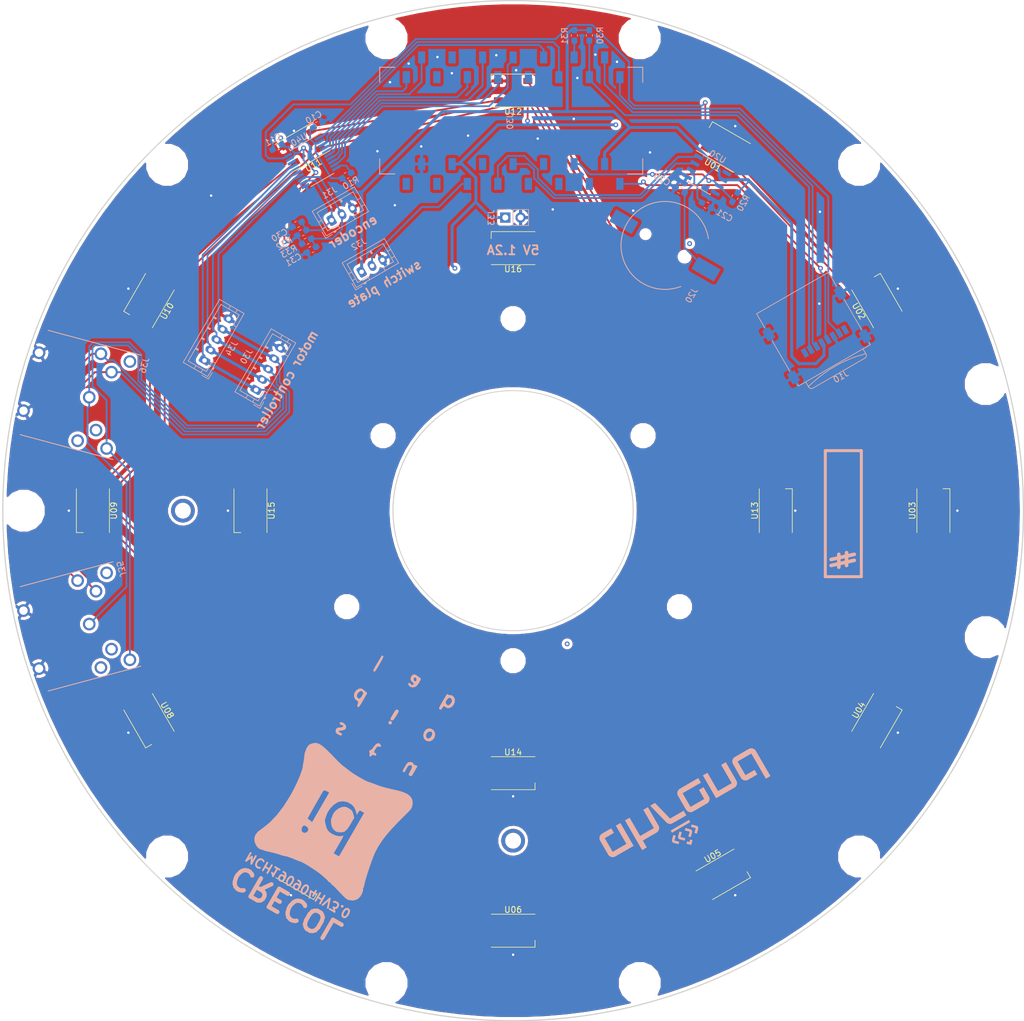
<source format=kicad_pcb>
(kicad_pcb (version 20171130) (host pcbnew "(5.0.1-3-g963ef8bb5)")
  (layers (0 F.Cu signal) (31 B.Cu signal) (34 B.Paste user) (35 F.Paste user hide) (36 B.SilkS user) (37 F.SilkS user hide) (38 B.Mask user hide) (39 F.Mask user hide) (44 Edge.Cuts user))
  (net 0 "")
  (net 1 GND)
  (net 2 +5V)
  (net 3 +3V3)
  (net 4 "Net-(C20-Pad2)")
  (net 5 "Net-(J10-Pad8)")
  (net 6 MISO)
  (net 7 SCK)
  (net 8 MOSI)
  (net 9 SD_CS)
  (net 10 "Net-(J10-Pad1)")
  (net 11 "Net-(R10-Pad2)")
  (net 12 RTC_INT)
  (net 13 SDA)
  (net 14 SCL)
  (net 15 "Net-(U20-Pad1)")
  (net 16 "Net-(U20-Pad4)")
  (net 17 T_RXD_5V)
  (net 18 T_TXD_5V)
  (net 19 "T_HS1(UP)_5V")
  (net 20 "T_HS2(DN)_5V")
  (net 21 K_B_5V)
  (net 22 K_A_5V)
  (net 23 SW_OUT)
  (net 24 SD_CD)
  (net 25 L_DO_3V)
  (net 26 L_CLK_3V)
  (net 27 T_RXD_3V)
  (net 28 T_TXD_3V)
  (net 29 "T_HS1(UP)_3V")
  (net 30 "T_HS2(DN)_3V")
  (net 31 K_A_3V)
  (net 32 K_B_3V)
  (net 33 "Net-(U30-Pad3)")
  (net 34 "Net-(U30-Pad5)")
  (net 35 "Net-(U30-Pad6)")
  (net 36 "Net-(U30-Pad7)")
  (net 37 "Net-(U30-Pad10)")
  (net 38 "Net-(U30-Pad13)")
  (net 39 "Net-(U30-Pad18)")
  (net 40 "Net-(U30-Pad19)")
  (net 41 "Net-(U30-Pad24)")
  (net 42 L_CLK_5V)
  (net 43 L_DO_5V)
  (net 44 "Net-(U30-Pad15)")
  (net 45 "Net-(U03-Pad4)")
  (net 46 "Net-(U04-Pad4)")
  (net 47 "Net-(U16-Pad4)")
  (net 48 "Net-(U15-Pad4)")
  (net 49 "Net-(U14-Pad4)")
  (net 50 "Net-(U13-Pad4)")
  (net 51 "Net-(U12-Pad4)")
  (net 52 "Net-(U11-Pad4)")
  (net 53 "Net-(U10-Pad4)")
  (net 54 "Net-(U09-Pad4)")
  (net 55 "Net-(U08-Pad4)")
  (net 56 "Net-(U07-Pad4)")
  (net 57 "Net-(U01-Pad4)")
  (net 58 "Net-(U02-Pad4)")
  (net 59 "Net-(U06-Pad4)")
  (net 60 "Net-(U05-Pad4)")
  (net 61 "Net-(J35-Pad2)")
  (net 62 "Net-(J35-Pad4)")
  (net 63 "Net-(J35-Pad7)")
  (net 64 "Net-(J36-Pad7)")
  (net 65 "Net-(J36-Pad4)")
  (net 66 "Net-(J36-Pad2)")
  (module Connector_PinHeader_2.54mm:PinHeader_1x02_P2.54mm_Vertical (layer B.Cu) (at 98.7 51.15 270)
    (fp_text reference J33 (at 0 2.33 270) (layer B.SilkS) (effects (justify mirror)))
    (fp_text value Conn_01x02)
    (pad 2 thru_hole oval (at 0 -2.54 270) (size 1.7 1.7) (drill 1) (layers *.Cu *.Mask) (net 1 GND))
    (pad 1 thru_hole rect (at 0 0 270) (size 1.7 1.7) (drill 1) (layers *.Cu *.Mask) (net 2 +5V))
  )
  (module MountingHole:MountingHole_3.2mm_M3 (layer F.Cu) (at 78.349365 87.5 240)
    (fp_text reference REF** hide)
    (fp_text value MountingHole_3.2mm_M3)
    (pad 1 np_thru_hole circle (at 0 0 240) (size 3.2 3.2) (drill 3.2) (layers *.Cu *.Mask))
  )
  (module MountingHole:MountingHole_3.2mm_M3 (layer F.Cu) (at 121.650635 87.5 120)
    (fp_text reference REF** hide)
    (fp_text value MountingHole_3.2mm_M3)
    (pad 1 np_thru_hole circle (at 0 0 120) (size 3.2 3.2) (drill 3.2) (layers *.Cu *.Mask))
  )
  (module MountingHole:MountingHole_3.2mm_M3 (layer F.Cu) (at 127.712813 116 240)
    (fp_text reference REF** hide)
    (fp_text value MountingHole_3.2mm_M3)
    (pad 1 np_thru_hole circle (at 0 0 240) (size 3.2 3.2) (drill 3.2) (layers *.Cu *.Mask))
  )
  (module MountingHole:MountingHole_3.2mm_M3 (layer F.Cu) (at 72.287187 116 120)
    (fp_text reference REF** hide)
    (fp_text value MountingHole_3.2mm_M3)
    (pad 1 np_thru_hole circle (at 0 0 120) (size 3.2 3.2) (drill 3.2) (layers *.Cu *.Mask))
  )
  (module MountingHole:MountingHole_3.2mm_M3 (layer F.Cu) (at 18.5 100 90)
    (fp_text reference REF** hide)
    (fp_text value MountingHole_3.2mm_M3)
    (pad 1 np_thru_hole circle (at 0 0 90) (size 3.2 3.2) (drill 3.2) (layers *.Cu *.Mask))
  )
  (module MountingHole:MountingHole_3.2mm_M3 (layer F.Cu) (at 121.093752 21.277045 345)
    (fp_text reference REF** hide)
    (fp_text value MountingHole_3.2mm_M3)
    (pad 1 np_thru_hole circle (at 0 0 345) (size 3.2 3.2) (drill 3.2) (layers *.Cu *.Mask))
  )
  (module MountingHole:MountingHole_3.2mm_M3 (layer F.Cu) (at 157.629203 42.370797 315)
    (fp_text reference REF** hide)
    (fp_text value MountingHole_3.2mm_M3)
    (pad 1 np_thru_hole circle (at 0 0 315) (size 3.2 3.2) (drill 3.2) (layers *.Cu *.Mask))
  )
  (module MountingHole:MountingHole_3.2mm_M3 (layer F.Cu) (at 178.722955 78.906248 285)
    (fp_text reference REF** hide)
    (fp_text value MountingHole_3.2mm_M3)
    (pad 1 np_thru_hole circle (at 0 0 285) (size 3.2 3.2) (drill 3.2) (layers *.Cu *.Mask))
  )
  (module MountingHole:MountingHole_3.2mm_M3 (layer F.Cu) (at 178.722955 121.093752 255)
    (fp_text reference e hide)
    (fp_text value MountingHole_3.2mm_M3)
    (pad 1 np_thru_hole circle (at 0 0 255) (size 3.2 3.2) (drill 3.2) (layers *.Cu *.Mask))
  )
  (module MountingHole:MountingHole_3.2mm_M3 (layer F.Cu) (at 157.629203 157.629203 225)
    (fp_text reference REF** hide)
    (fp_text value MountingHole_3.2mm_M3)
    (pad 1 np_thru_hole circle (at 0 0 225) (size 3.2 3.2) (drill 3.2) (layers *.Cu *.Mask))
  )
  (module MountingHole:MountingHole_3.2mm_M3 (layer F.Cu) (at 121.093752 178.722955 195)
    (fp_text reference REF** hide)
    (fp_text value MountingHole_3.2mm_M3)
    (pad 1 np_thru_hole circle (at 0 0 195) (size 3.2 3.2) (drill 3.2) (layers *.Cu *.Mask))
  )
  (module MountingHole:MountingHole_3.2mm_M3 (layer F.Cu) (at 78.906248 178.722955 165)
    (fp_text reference REF** hide)
    (fp_text value MountingHole_3.2mm_M3)
    (pad 1 np_thru_hole circle (at 0 0 165) (size 3.2 3.2) (drill 3.2) (layers *.Cu *.Mask))
  )
  (module MountingHole:MountingHole_3.2mm_M3 (layer F.Cu) (at 42.370797 157.629203 135)
    (fp_text reference REF** hide)
    (fp_text value MountingHole_3.2mm_M3)
    (pad 1 np_thru_hole circle (at 0 0 135) (size 3.2 3.2) (drill 3.2) (layers *.Cu *.Mask))
  )
  (module MountingHole:MountingHole_3.2mm_M3 (layer F.Cu) (at 42.370797 42.370797 45)
    (fp_text reference REF** hide)
    (fp_text value MountingHole_3.2mm_M3)
    (pad 1 np_thru_hole circle (at 0 0 45) (size 3.2 3.2) (drill 3.2) (layers *.Cu *.Mask))
  )
  (module MountingHole:MountingHole_3.2mm_M3 (layer F.Cu) (at 78.906248 21.277045 15)
    (fp_text reference REF** hide)
    (fp_text value MountingHole_3.2mm_M3)
    (pad 1 np_thru_hole circle (at 0 0 15) (size 3.2 3.2) (drill 3.2) (layers *.Cu *.Mask))
  )
  (module LED_SMD:LED_SK6812_PLCC4_5.0x5.0mm_P3.2mm (layer F.Cu) (at 100 170)
    (fp_text reference U06 (at 0 -3.5) (layer F.SilkS))
    (fp_text value SK6812)
    (pad 3 smd rect (at -2.45 -1.6) (size 1.5 1) (layers F.Cu F.Paste F.Mask) (net 2 +5V))
    (pad 4 smd rect (at -2.45 1.6) (size 1.5 1) (layers F.Cu F.Paste F.Mask) (net 59 "Net-(U06-Pad4)"))
    (pad 2 smd rect (at 2.45 -1.6) (size 1.5 1) (layers F.Cu F.Paste F.Mask) (net 60 "Net-(U05-Pad4)"))
    (pad 1 smd rect (at 2.45 1.6) (size 1.5 1) (layers F.Cu F.Paste F.Mask) (net 1 GND))
  )
  (module LED_SMD:LED_SK6812_PLCC4_5.0x5.0mm_P3.2mm (layer F.Cu) (at 135 160.6 30)
    (fp_text reference U05 (at 0 -3.5 30) (layer F.SilkS))
    (fp_text value SK6812)
    (pad 1 smd rect (at 2.45 1.6 30) (size 1.5 1) (layers F.Cu F.Paste F.Mask) (net 1 GND))
    (pad 2 smd rect (at 2.45 -1.6 30) (size 1.5 1) (layers F.Cu F.Paste F.Mask) (net 46 "Net-(U04-Pad4)"))
    (pad 4 smd rect (at -2.45 1.6 30) (size 1.5 1) (layers F.Cu F.Paste F.Mask) (net 60 "Net-(U05-Pad4)"))
    (pad 3 smd rect (at -2.45 -1.6 30) (size 1.5 1) (layers F.Cu F.Paste F.Mask) (net 2 +5V))
  )
  (module LED_SMD:LED_SK6812_PLCC4_5.0x5.0mm_P3.2mm (layer F.Cu) (at 65 160.6 330)
    (fp_text reference U07 (at 0 -3.5 330) (layer F.SilkS))
    (fp_text value SK6812)
    (pad 3 smd rect (at -2.45 -1.6 330) (size 1.5 1) (layers F.Cu F.Paste F.Mask) (net 2 +5V))
    (pad 4 smd rect (at -2.45 1.6 330) (size 1.5 1) (layers F.Cu F.Paste F.Mask) (net 56 "Net-(U07-Pad4)"))
    (pad 2 smd rect (at 2.45 -1.6 330) (size 1.5 1) (layers F.Cu F.Paste F.Mask) (net 59 "Net-(U06-Pad4)"))
    (pad 1 smd rect (at 2.45 1.6 330) (size 1.5 1) (layers F.Cu F.Paste F.Mask) (net 1 GND))
  )
  (module LED_SMD:LED_SK6812_PLCC4_5.0x5.0mm_P3.2mm (layer F.Cu) (at 170 100 90)
    (fp_text reference U03 (at 0 -3.5 90) (layer F.SilkS))
    (fp_text value SK6812)
    (pad 1 smd rect (at 2.45 1.6 90) (size 1.5 1) (layers F.Cu F.Paste F.Mask) (net 1 GND))
    (pad 2 smd rect (at 2.45 -1.6 90) (size 1.5 1) (layers F.Cu F.Paste F.Mask) (net 58 "Net-(U02-Pad4)"))
    (pad 4 smd rect (at -2.45 1.6 90) (size 1.5 1) (layers F.Cu F.Paste F.Mask) (net 45 "Net-(U03-Pad4)"))
    (pad 3 smd rect (at -2.45 -1.6 90) (size 1.5 1) (layers F.Cu F.Paste F.Mask) (net 2 +5V))
  )
  (module LED_SMD:LED_SK6812_PLCC4_5.0x5.0mm_P3.2mm (layer F.Cu) (at 160.6 65 120)
    (fp_text reference U02 (at 0 -3.5 120) (layer F.SilkS))
    (fp_text value SK6812)
    (pad 3 smd rect (at -2.45 -1.6 120) (size 1.5 1) (layers F.Cu F.Paste F.Mask) (net 2 +5V))
    (pad 4 smd rect (at -2.45 1.6 120) (size 1.5 1) (layers F.Cu F.Paste F.Mask) (net 58 "Net-(U02-Pad4)"))
    (pad 2 smd rect (at 2.45 -1.6 120) (size 1.5 1) (layers F.Cu F.Paste F.Mask) (net 57 "Net-(U01-Pad4)"))
    (pad 1 smd rect (at 2.45 1.6 120) (size 1.5 1) (layers F.Cu F.Paste F.Mask) (net 1 GND))
  )
  (module LED_SMD:LED_SK6812_PLCC4_5.0x5.0mm_P3.2mm (layer F.Cu) (at 135 39.4 150)
    (fp_text reference U01 (at 0 -3.5 150) (layer F.SilkS))
    (fp_text value SK6812)
    (pad 1 smd rect (at 2.45 1.6 150) (size 1.5 1) (layers F.Cu F.Paste F.Mask) (net 1 GND))
    (pad 2 smd rect (at 2.45 -1.6 150) (size 1.5 1) (layers F.Cu F.Paste F.Mask) (net 43 L_DO_5V))
    (pad 4 smd rect (at -2.45 1.6 150) (size 1.5 1) (layers F.Cu F.Paste F.Mask) (net 57 "Net-(U01-Pad4)"))
    (pad 3 smd rect (at -2.45 -1.6 150) (size 1.5 1) (layers F.Cu F.Paste F.Mask) (net 2 +5V))
  )
  (module LED_SMD:LED_SK6812_PLCC4_5.0x5.0mm_P3.2mm (layer F.Cu) (at 39.35 135 300)
    (fp_text reference U08 (at 0 -3.5 300) (layer F.SilkS))
    (fp_text value SK6812)
    (pad 3 smd rect (at -2.45 -1.6 300) (size 1.5 1) (layers F.Cu F.Paste F.Mask) (net 2 +5V))
    (pad 4 smd rect (at -2.45 1.6 300) (size 1.5 1) (layers F.Cu F.Paste F.Mask) (net 55 "Net-(U08-Pad4)"))
    (pad 2 smd rect (at 2.45 -1.6 300) (size 1.5 1) (layers F.Cu F.Paste F.Mask) (net 56 "Net-(U07-Pad4)"))
    (pad 1 smd rect (at 2.45 1.6 300) (size 1.5 1) (layers F.Cu F.Paste F.Mask) (net 1 GND))
  )
  (module LED_SMD:LED_SK6812_PLCC4_5.0x5.0mm_P3.2mm (layer F.Cu) (at 30 100 270)
    (fp_text reference U09 (at 0 -3.5 270) (layer F.SilkS))
    (fp_text value SK6812)
    (pad 1 smd rect (at 2.45 1.6 270) (size 1.5 1) (layers F.Cu F.Paste F.Mask) (net 1 GND))
    (pad 2 smd rect (at 2.45 -1.6 270) (size 1.5 1) (layers F.Cu F.Paste F.Mask) (net 55 "Net-(U08-Pad4)"))
    (pad 4 smd rect (at -2.45 1.6 270) (size 1.5 1) (layers F.Cu F.Paste F.Mask) (net 54 "Net-(U09-Pad4)"))
    (pad 3 smd rect (at -2.45 -1.6 270) (size 1.5 1) (layers F.Cu F.Paste F.Mask) (net 2 +5V))
  )
  (module LED_SMD:LED_SK6812_PLCC4_5.0x5.0mm_P3.2mm (layer F.Cu) (at 39.35 65 240)
    (fp_text reference U10 (at 0 -3.5 240) (layer F.SilkS))
    (fp_text value SK6812)
    (pad 3 smd rect (at -2.45 -1.6 240) (size 1.5 1) (layers F.Cu F.Paste F.Mask) (net 2 +5V))
    (pad 4 smd rect (at -2.45 1.6 240) (size 1.5 1) (layers F.Cu F.Paste F.Mask) (net 53 "Net-(U10-Pad4)"))
    (pad 2 smd rect (at 2.45 -1.6 240) (size 1.5 1) (layers F.Cu F.Paste F.Mask) (net 54 "Net-(U09-Pad4)"))
    (pad 1 smd rect (at 2.45 1.6 240) (size 1.5 1) (layers F.Cu F.Paste F.Mask) (net 1 GND))
  )
  (module LED_SMD:LED_SK6812_PLCC4_5.0x5.0mm_P3.2mm (layer F.Cu) (at 65 39.4 210)
    (fp_text reference U11 (at 0 -3.5 210) (layer F.SilkS))
    (fp_text value SK6812)
    (pad 1 smd rect (at 2.45 1.6 210) (size 1.5 1) (layers F.Cu F.Paste F.Mask) (net 1 GND))
    (pad 2 smd rect (at 2.45 -1.6 210) (size 1.5 1) (layers F.Cu F.Paste F.Mask) (net 53 "Net-(U10-Pad4)"))
    (pad 4 smd rect (at -2.45 1.6 210) (size 1.5 1) (layers F.Cu F.Paste F.Mask) (net 52 "Net-(U11-Pad4)"))
    (pad 3 smd rect (at -2.45 -1.6 210) (size 1.5 1) (layers F.Cu F.Paste F.Mask) (net 2 +5V))
  )
  (module LED_SMD:LED_SK6812_PLCC4_5.0x5.0mm_P3.2mm (layer F.Cu) (at 100 30 180)
    (fp_text reference U12 (at 0 -3.5 180) (layer F.SilkS))
    (fp_text value SK6812)
    (pad 3 smd rect (at -2.45 -1.6 180) (size 1.5 1) (layers F.Cu F.Paste F.Mask) (net 2 +5V))
    (pad 4 smd rect (at -2.45 1.6 180) (size 1.5 1) (layers F.Cu F.Paste F.Mask) (net 51 "Net-(U12-Pad4)"))
    (pad 2 smd rect (at 2.45 -1.6 180) (size 1.5 1) (layers F.Cu F.Paste F.Mask) (net 52 "Net-(U11-Pad4)"))
    (pad 1 smd rect (at 2.45 1.6 180) (size 1.5 1) (layers F.Cu F.Paste F.Mask) (net 1 GND))
  )
  (module LED_SMD:LED_SK6812_PLCC4_5.0x5.0mm_P3.2mm (layer F.Cu) (at 143.75 100 90)
    (fp_text reference U13 (at 0 -3.5 90) (layer F.SilkS))
    (fp_text value SK6812)
    (pad 1 smd rect (at 2.45 1.6 90) (size 1.5 1) (layers F.Cu F.Paste F.Mask) (net 1 GND))
    (pad 2 smd rect (at 2.45 -1.6 90) (size 1.5 1) (layers F.Cu F.Paste F.Mask) (net 51 "Net-(U12-Pad4)"))
    (pad 4 smd rect (at -2.45 1.6 90) (size 1.5 1) (layers F.Cu F.Paste F.Mask) (net 50 "Net-(U13-Pad4)"))
    (pad 3 smd rect (at -2.45 -1.6 90) (size 1.5 1) (layers F.Cu F.Paste F.Mask) (net 2 +5V))
  )
  (module LED_SMD:LED_SK6812_PLCC4_5.0x5.0mm_P3.2mm (layer F.Cu) (at 100 143.75)
    (fp_text reference U14 (at 0 -3.5) (layer F.SilkS))
    (fp_text value SK6812)
    (pad 3 smd rect (at -2.45 -1.6) (size 1.5 1) (layers F.Cu F.Paste F.Mask) (net 2 +5V))
    (pad 4 smd rect (at -2.45 1.6) (size 1.5 1) (layers F.Cu F.Paste F.Mask) (net 49 "Net-(U14-Pad4)"))
    (pad 2 smd rect (at 2.45 -1.6) (size 1.5 1) (layers F.Cu F.Paste F.Mask) (net 50 "Net-(U13-Pad4)"))
    (pad 1 smd rect (at 2.45 1.6) (size 1.5 1) (layers F.Cu F.Paste F.Mask) (net 1 GND))
  )
  (module LED_SMD:LED_SK6812_PLCC4_5.0x5.0mm_P3.2mm (layer F.Cu) (at 56.25 100 270)
    (fp_text reference U15 (at 0 -3.5 270) (layer F.SilkS))
    (fp_text value SK6812)
    (pad 1 smd rect (at 2.45 1.6 270) (size 1.5 1) (layers F.Cu F.Paste F.Mask) (net 1 GND))
    (pad 2 smd rect (at 2.45 -1.6 270) (size 1.5 1) (layers F.Cu F.Paste F.Mask) (net 49 "Net-(U14-Pad4)"))
    (pad 4 smd rect (at -2.45 1.6 270) (size 1.5 1) (layers F.Cu F.Paste F.Mask) (net 48 "Net-(U15-Pad4)"))
    (pad 3 smd rect (at -2.45 -1.6 270) (size 1.5 1) (layers F.Cu F.Paste F.Mask) (net 2 +5V))
  )
  (module LED_SMD:LED_SK6812_PLCC4_5.0x5.0mm_P3.2mm (layer F.Cu) (at 100 56.25 180)
    (fp_text reference U16 (at 0 -3.5 180) (layer F.SilkS))
    (fp_text value SK6812)
    (pad 3 smd rect (at -2.45 -1.6 180) (size 1.5 1) (layers F.Cu F.Paste F.Mask) (net 2 +5V))
    (pad 4 smd rect (at -2.45 1.6 180) (size 1.5 1) (layers F.Cu F.Paste F.Mask) (net 47 "Net-(U16-Pad4)"))
    (pad 2 smd rect (at 2.45 -1.6 180) (size 1.5 1) (layers F.Cu F.Paste F.Mask) (net 48 "Net-(U15-Pad4)"))
    (pad 1 smd rect (at 2.45 1.6 180) (size 1.5 1) (layers F.Cu F.Paste F.Mask) (net 1 GND))
  )
  (module LED_SMD:LED_SK6812_PLCC4_5.0x5.0mm_P3.2mm (layer F.Cu) (at 160.6 135 60)
    (fp_text reference U04 (at 0 -3.5 60) (layer F.SilkS))
    (fp_text value SK6812)
    (pad 1 smd rect (at 2.45 1.6 60) (size 1.5 1) (layers F.Cu F.Paste F.Mask) (net 1 GND))
    (pad 2 smd rect (at 2.45 -1.6 60) (size 1.5 1) (layers F.Cu F.Paste F.Mask) (net 45 "Net-(U03-Pad4)"))
    (pad 4 smd rect (at -2.45 1.6 60) (size 1.5 1) (layers F.Cu F.Paste F.Mask) (net 46 "Net-(U04-Pad4)"))
    (pad 3 smd rect (at -2.45 -1.6 60) (size 1.5 1) (layers F.Cu F.Paste F.Mask) (net 2 +5V))
  )
  (module Package_SO:TSSOP-20_4.4x6.5mm_P0.65mm (layer B.Cu) (at 66.5 41.9 210)
    (fp_text reference U40 (at 0 4.3 210) (layer B.SilkS) (effects (justify mirror)))
    (fp_text value TXB0108PWR)
    (pad 1 smd rect (at -2.95 2.925 210) (size 1.45 0.45) (layers B.Cu B.Paste B.Mask) (net 25 L_DO_3V))
    (pad 2 smd rect (at -2.95 2.275 210) (size 1.45 0.45) (layers B.Cu B.Paste B.Mask) (net 3 +3V3))
    (pad 3 smd rect (at -2.95 1.625 210) (size 1.45 0.45) (layers B.Cu B.Paste B.Mask) (net 26 L_CLK_3V))
    (pad 4 smd rect (at -2.95 0.975 210) (size 1.45 0.45) (layers B.Cu B.Paste B.Mask) (net 27 T_RXD_3V))
    (pad 5 smd rect (at -2.95 0.325 210) (size 1.45 0.45) (layers B.Cu B.Paste B.Mask) (net 28 T_TXD_3V))
    (pad 6 smd rect (at -2.95 -0.325 210) (size 1.45 0.45) (layers B.Cu B.Paste B.Mask) (net 29 "T_HS1(UP)_3V"))
    (pad 7 smd rect (at -2.95 -0.975 210) (size 1.45 0.45) (layers B.Cu B.Paste B.Mask) (net 30 "T_HS2(DN)_3V"))
    (pad 8 smd rect (at -2.95 -1.625 210) (size 1.45 0.45) (layers B.Cu B.Paste B.Mask) (net 32 K_B_3V))
    (pad 9 smd rect (at -2.95 -2.275 210) (size 1.45 0.45) (layers B.Cu B.Paste B.Mask) (net 31 K_A_3V))
    (pad 10 smd rect (at -2.95 -2.925 210) (size 1.45 0.45) (layers B.Cu B.Paste B.Mask) (net 11 "Net-(R10-Pad2)"))
    (pad 11 smd rect (at 2.95 -2.925 210) (size 1.45 0.45) (layers B.Cu B.Paste B.Mask) (net 1 GND))
    (pad 12 smd rect (at 2.95 -2.275 210) (size 1.45 0.45) (layers B.Cu B.Paste B.Mask) (net 22 K_A_5V))
    (pad 13 smd rect (at 2.95 -1.625 210) (size 1.45 0.45) (layers B.Cu B.Paste B.Mask) (net 21 K_B_5V))
    (pad 14 smd rect (at 2.95 -0.975 210) (size 1.45 0.45) (layers B.Cu B.Paste B.Mask) (net 20 "T_HS2(DN)_5V"))
    (pad 15 smd rect (at 2.95 -0.325 210) (size 1.45 0.45) (layers B.Cu B.Paste B.Mask) (net 19 "T_HS1(UP)_5V"))
    (pad 16 smd rect (at 2.95 0.325 210) (size 1.45 0.45) (layers B.Cu B.Paste B.Mask) (net 18 T_TXD_5V))
    (pad 17 smd rect (at 2.95 0.975 210) (size 1.45 0.45) (layers B.Cu B.Paste B.Mask) (net 17 T_RXD_5V))
    (pad 18 smd rect (at 2.95 1.625 210) (size 1.45 0.45) (layers B.Cu B.Paste B.Mask) (net 42 L_CLK_5V))
    (pad 19 smd rect (at 2.95 2.275 210) (size 1.45 0.45) (layers B.Cu B.Paste B.Mask) (net 2 +5V))
    (pad 20 smd rect (at 2.95 2.925 210) (size 1.45 0.45) (layers B.Cu B.Paste B.Mask) (net 43 L_DO_5V))
  )
  (module Capacitor_SMD:C_0603_1608Metric_Pad1.05x0.95mm_HandSolder (layer B.Cu) (at 66.4 56.5 210)
    (fp_text reference C31 (at 3.448076 0.027757 210) (layer B.SilkS) (effects (justify mirror)))
    (fp_text value 100nF)
    (pad 2 smd roundrect (at 0.875 0 210) (size 1.05 0.95) (layers B.Cu B.Paste B.Mask) (net 1 GND))
    (pad 1 smd roundrect (at -0.875 0 210) (size 1.05 0.95) (layers B.Cu B.Paste B.Mask) (net 21 K_B_5V))
  )
  (module Capacitor_SMD:C_0603_1608Metric_Pad1.05x0.95mm_HandSolder (layer B.Cu) (at 64 52.3 210)
    (fp_text reference C30 (at 3.411474 -0.108846 210) (layer B.SilkS) (effects (justify mirror)))
    (fp_text value 100nF)
    (pad 1 smd roundrect (at -0.875 0 210) (size 1.05 0.95) (layers B.Cu B.Paste B.Mask) (net 22 K_A_5V))
    (pad 2 smd roundrect (at 0.875 0 210) (size 1.05 0.95) (layers B.Cu B.Paste B.Mask) (net 1 GND))
  )
  (module Resistor_SMD:R_0603_1608Metric_Pad1.05x0.95mm_HandSolder (layer B.Cu) (at 64.8 53.7 30)
    (fp_text reference R32 (at -3.411474 0.108846 30) (layer B.SilkS) (effects (justify mirror)))
    (fp_text value 10K)
    (pad 2 smd roundrect (at 0.875 0 30) (size 1.05 0.95) (layers B.Cu B.Paste B.Mask) (net 22 K_A_5V))
    (pad 1 smd roundrect (at -0.875 0 30) (size 1.05 0.95) (layers B.Cu B.Paste B.Mask) (net 2 +5V))
  )
  (module Resistor_SMD:R_0603_1608Metric_Pad1.05x0.95mm_HandSolder (layer B.Cu) (at 65.6 55.1 30)
    (fp_text reference R33 (at -3.404775 -0.002757 30) (layer B.SilkS) (effects (justify mirror)))
    (fp_text value 10K)
    (pad 1 smd roundrect (at -0.875 0 30) (size 1.05 0.95) (layers B.Cu B.Paste B.Mask) (net 2 +5V))
    (pad 2 smd roundrect (at 0.875 0 30) (size 1.05 0.95) (layers B.Cu B.Paste B.Mask) (net 21 K_B_5V))
  )
  (module Capacitor_SMD:C_0603_1608Metric_Pad1.05x0.95mm_HandSolder (layer B.Cu) (at 67.5 35.7 210)
    (fp_text reference C10 (at 0 1.43 210) (layer B.SilkS) (effects (justify mirror)))
    (fp_text value 100nF)
    (pad 2 smd roundrect (at 0.875 0 210) (size 1.05 0.95) (layers B.Cu B.Paste B.Mask) (net 3 +3V3))
    (pad 1 smd roundrect (at -0.875 0 210) (size 1.05 0.95) (layers B.Cu B.Paste B.Mask) (net 1 GND))
  )
  (module Capacitor_SMD:C_0603_1608Metric_Pad1.05x0.95mm_HandSolder (layer B.Cu) (at 60.7 39.4 210)
    (fp_text reference C11 (at 0 1.43 210) (layer B.SilkS) (effects (justify mirror)))
    (fp_text value 100nF)
    (pad 1 smd roundrect (at -0.875 0 210) (size 1.05 0.95) (layers B.Cu B.Paste B.Mask) (net 2 +5V))
    (pad 2 smd roundrect (at 0.875 0 210) (size 1.05 0.95) (layers B.Cu B.Paste B.Mask) (net 1 GND))
  )
  (module Capacitor_SMD:C_0603_1608Metric_Pad1.05x0.95mm_HandSolder (layer B.Cu) (at 127.8 46.6 330)
    (fp_text reference C20 (at -3.498076 -0.058846 330) (layer B.SilkS) (effects (justify mirror)))
    (fp_text value 100nF)
    (pad 1 smd roundrect (at -0.875 0 330) (size 1.05 0.95) (layers B.Cu B.Paste B.Mask) (net 1 GND))
    (pad 2 smd roundrect (at 0.875 0 330) (size 1.05 0.95) (layers B.Cu B.Paste B.Mask) (net 4 "Net-(C20-Pad2)"))
  )
  (module Capacitor_SMD:C_0603_1608Metric_Pad1.05x0.95mm_HandSolder (layer B.Cu) (at 132.2 49.1 330)
    (fp_text reference C21 (at 3.448076 -0.027757 330) (layer B.SilkS) (effects (justify mirror)))
    (fp_text value 100nF)
    (pad 2 smd roundrect (at 0.875 0 330) (size 1.05 0.95) (layers B.Cu B.Paste B.Mask) (net 1 GND))
    (pad 1 smd roundrect (at -0.875 0 330) (size 1.05 0.95) (layers B.Cu B.Paste B.Mask) (net 3 +3V3))
  )
  (module Connector_Card:microSD_HC_Wuerth_693072010801 (layer B.Cu) (at 150.596281 70.757661 30)
    (fp_text reference J10 (at 0 7.99 30) (layer B.SilkS) (effects (justify mirror)))
    (fp_text value Micro_SD_Card_Det)
    (pad 9 smd rect (at 6.875001 4.15 30) (size 1.45 2) (layers B.Cu B.Paste B.Mask) (net 1 GND))
    (pad 9 smd rect (at -6.875 4.149999 30) (size 1.45 2) (layers B.Cu B.Paste B.Mask) (net 1 GND))
    (pad 9 smd rect (at -6.875001 -4.15 30) (size 1.45 2) (layers B.Cu B.Paste B.Mask) (net 1 GND))
    (pad 9 smd rect (at 6.875 -4.149999 30) (size 1.45 2) (layers B.Cu B.Paste B.Mask) (net 1 GND))
    (pad 8 smd rect (at 4.5 1.55 30) (size 0.8 1.5) (layers B.Cu B.Paste B.Mask) (net 5 "Net-(J10-Pad8)"))
    (pad 7 smd rect (at 3.400001 1.55 30) (size 0.8 1.5) (layers B.Cu B.Paste B.Mask) (net 6 MISO))
    (pad 6 smd rect (at 2.3 1.549999 30) (size 0.8 1.5) (layers B.Cu B.Paste B.Mask) (net 1 GND))
    (pad 5 smd rect (at 1.200001 1.55 30) (size 0.8 1.5) (layers B.Cu B.Paste B.Mask) (net 7 SCK))
    (pad 4 smd rect (at 0.100001 1.55 30) (size 0.8 1.5) (layers B.Cu B.Paste B.Mask) (net 3 +3V3))
    (pad 3 smd rect (at -0.999999 1.55 30) (size 0.8 1.5) (layers B.Cu B.Paste B.Mask) (net 8 MOSI))
    (pad 2 smd rect (at -2.1 1.55 30) (size 0.8 1.5) (layers B.Cu B.Paste B.Mask) (net 9 SD_CS))
    (pad 1 smd rect (at -3.2 1.55 30) (size 0.8 1.5) (layers B.Cu B.Paste B.Mask) (net 10 "Net-(J10-Pad1)"))
  )
  (module _special:CH291-1220LF (layer B.Cu) (at 125.3 55.8 240)
    (fp_text reference J20 (at 5 -8 240) (layer B.SilkS) (effects (justify mirror)))
    (fp_text value Batt_clip)
    (pad 2 smd rect (at 0 7.9 240) (size 2.3 4.3) (layers B.Cu B.Paste B.Mask))
    (pad 1 smd rect (at 0 -7.9 240) (size 2.3 4.3) (layers B.Cu B.Paste B.Mask) (net 4 "Net-(C20-Pad2)"))
    (pad "" np_thru_hole circle (at 0 -3.75 240) (size 1.3 1.3) (drill 1.3) (layers *.Cu *.Mask))
    (pad "" np_thru_hole circle (at 0 3.75 240) (size 1 1) (drill 1) (layers *.Cu *.Mask))
  )
  (module Resistor_SMD:R_0603_1608Metric_Pad1.05x0.95mm_HandSolder (layer B.Cu) (at 72.257772 44.1625 30)
    (fp_text reference R10 (at 0 1.43 30) (layer B.SilkS) (effects (justify mirror)))
    (fp_text value 10K)
    (pad 1 smd roundrect (at -0.875 0 30) (size 1.05 0.95) (layers B.Cu B.Paste B.Mask) (net 3 +3V3))
    (pad 2 smd roundrect (at 0.875 0 30) (size 1.05 0.95) (layers B.Cu B.Paste B.Mask) (net 11 "Net-(R10-Pad2)"))
  )
  (module Resistor_SMD:R_0603_1608Metric_Pad1.05x0.95mm_HandSolder (layer B.Cu) (at 136.9625 47.757772 240)
    (fp_text reference R20 (at 0.166025 -1.712436 240) (layer B.SilkS) (effects (justify mirror)))
    (fp_text value 10K)
    (pad 2 smd roundrect (at 0.875 0 240) (size 1.05 0.95) (layers B.Cu B.Paste B.Mask) (net 12 RTC_INT))
    (pad 1 smd roundrect (at -0.875 0 240) (size 1.05 0.95) (layers B.Cu B.Paste B.Mask) (net 3 +3V3))
  )
  (module Connector_JST:JST_PH_B5B-PH-K_1x05_P2.00mm_Vertical (layer B.Cu) (at 57.2 79.864102 60)
    (fp_text reference J30 (at 4.018654 -4.167692 60) (layer B.SilkS) (effects (justify mirror)))
    (fp_text value "JST PH2.0")
    (pad 1 thru_hole roundrect (at 0 0 60) (size 1.2 1.75) (drill 0.75) (layers *.Cu *.Mask) (roundrect_rratio 0.208333) (net 17 T_RXD_5V))
    (pad 2 thru_hole oval (at 2 0 60) (size 1.2 1.75) (drill 0.75) (layers *.Cu *.Mask) (net 18 T_TXD_5V))
    (pad 3 thru_hole oval (at 4 0 60) (size 1.2 1.75) (drill 0.75) (layers *.Cu *.Mask) (net 19 "T_HS1(UP)_5V"))
    (pad 4 thru_hole oval (at 6 0 60) (size 1.2 1.75) (drill 0.75) (layers *.Cu *.Mask) (net 20 "T_HS2(DN)_5V"))
    (pad 5 thru_hole oval (at 8 0 60) (size 1.2 1.75) (drill 0.75) (layers *.Cu *.Mask) (net 1 GND))
  )
  (module Connector_JST:JST_PH_B3B-PH-K_1x03_P2.00mm_Vertical (layer B.Cu) (at 69.767949 51.6 30)
    (fp_text reference J31 (at 1.981347 -4.167691 30) (layer B.SilkS) (effects (justify mirror)))
    (fp_text value "JST PH2.0")
    (pad 3 thru_hole oval (at 4 0 30) (size 1.2 1.75) (drill 0.75) (layers *.Cu *.Mask) (net 1 GND))
    (pad 2 thru_hole oval (at 2 0 30) (size 1.2 1.75) (drill 0.75) (layers *.Cu *.Mask) (net 21 K_B_5V))
    (pad 1 thru_hole roundrect (at 0 0 30) (size 1.2 1.75) (drill 0.75) (layers *.Cu *.Mask) (roundrect_rratio 0.208333) (net 22 K_A_5V))
  )
  (module Connector_JST:JST_PH_B3B-PH-K_1x03_P2.00mm_Vertical (layer B.Cu) (at 74.767949 60.2 30)
    (fp_text reference J32 (at 1.894744 -4.217691 30) (layer B.SilkS) (effects (justify mirror)))
    (fp_text value "JST PH2.0")
    (pad 1 thru_hole roundrect (at 0 0 30) (size 1.2 1.75) (drill 0.75) (layers *.Cu *.Mask) (roundrect_rratio 0.208333) (net 3 +3V3))
    (pad 2 thru_hole oval (at 2 0 30) (size 1.2 1.75) (drill 0.75) (layers *.Cu *.Mask) (net 23 SW_OUT))
    (pad 3 thru_hole oval (at 4 0 30) (size 1.2 1.75) (drill 0.75) (layers *.Cu *.Mask) (net 1 GND))
  )
  (module Resistor_SMD:R_0603_1608Metric_Pad1.05x0.95mm_HandSolder (layer B.Cu) (at 112.7 20.8 270)
    (fp_text reference R30 (at 0 -1.8 270) (layer B.SilkS) (effects (justify mirror)))
    (fp_text value 10K)
    (pad 2 smd roundrect (at 0.875 0 270) (size 1.05 0.95) (layers B.Cu B.Paste B.Mask) (net 9 SD_CS))
    (pad 1 smd roundrect (at -0.875 0 270) (size 1.05 0.95) (layers B.Cu B.Paste B.Mask) (net 3 +3V3))
  )
  (module Resistor_SMD:R_0603_1608Metric_Pad1.05x0.95mm_HandSolder (layer B.Cu) (at 110.2 20.8 270)
    (fp_text reference R31 (at 0.1 1.6 270) (layer B.SilkS) (effects (justify mirror)))
    (fp_text value 10K)
    (pad 1 smd roundrect (at -0.875 0 270) (size 1.05 0.95) (layers B.Cu B.Paste B.Mask) (net 3 +3V3))
    (pad 2 smd roundrect (at 0.875 0 270) (size 1.05 0.95) (layers B.Cu B.Paste B.Mask) (net 24 SD_CD))
  )
  (module _arduino_shield:ARDUINO_NANO_33_IOT_SMD_SOCKET_NH (layer B.Cu) (at 100 35 90)
    (fp_text reference U30 (at 0 -0.5 90) (layer B.SilkS) (effects (justify mirror)))
    (fp_text value ARDUINO_NANO_33_IOT)
    (pad 1 smd rect (at -10.54 17.78 90) (size 2 1.2) (layers B.Cu B.Paste B.Mask) (net 7 SCK))
    (pad 2 smd rect (at -7.24 15.24 90) (size 2 1.2) (layers B.Cu B.Paste B.Mask) (net 3 +3V3))
    (pad 3 smd rect (at -10.54 12.7 90) (size 2 1.2) (layers B.Cu B.Paste B.Mask) (net 33 "Net-(U30-Pad3)"))
    (pad 4 smd rect (at -7.24 10.16 90) (size 2 1.2) (layers B.Cu B.Paste B.Mask) (net 12 RTC_INT))
    (pad 5 smd rect (at -10.54 7.62 90) (size 2 1.2) (layers B.Cu B.Paste B.Mask) (net 34 "Net-(U30-Pad5)"))
    (pad 6 smd rect (at -7.24 5.08 90) (size 2 1.2) (layers B.Cu B.Paste B.Mask) (net 35 "Net-(U30-Pad6)"))
    (pad 7 smd rect (at -10.54 2.54 90) (size 2 1.2) (layers B.Cu B.Paste B.Mask) (net 36 "Net-(U30-Pad7)"))
    (pad 8 smd rect (at -7.24 0 90) (size 2 1.2) (layers B.Cu B.Paste B.Mask) (net 13 SDA))
    (pad 9 smd rect (at -10.54 -2.54 90) (size 2 1.2) (layers B.Cu B.Paste B.Mask) (net 14 SCL))
    (pad 10 smd rect (at -7.24 -5.08 90) (size 2 1.2) (layers B.Cu B.Paste B.Mask) (net 37 "Net-(U30-Pad10)"))
    (pad 11 smd rect (at -10.54 -7.62 90) (size 2 1.2) (layers B.Cu B.Paste B.Mask) (net 23 SW_OUT))
    (pad 12 smd rect (at -7.24 -10.16 90) (size 2 1.2) (layers B.Cu B.Paste B.Mask) (net 2 +5V))
    (pad 13 smd rect (at -10.54 -12.7 90) (size 2 1.2) (layers B.Cu B.Paste B.Mask) (net 38 "Net-(U30-Pad13)"))
    (pad 14 smd rect (at -7.24 -15.24 90) (size 2 1.2) (layers B.Cu B.Paste B.Mask) (net 1 GND))
    (pad 15 smd rect (at -10.54 -17.78 90) (size 2 1.2) (layers B.Cu B.Paste B.Mask) (net 44 "Net-(U30-Pad15)"))
    (pad 16 smd rect (at 7.24 -17.78 90) (size 2 1.2) (layers B.Cu B.Paste B.Mask) (net 27 T_RXD_3V))
    (pad 17 smd rect (at 10.54 -15.24 90) (size 2 1.2) (layers B.Cu B.Paste B.Mask) (net 28 T_TXD_3V))
    (pad 18 smd rect (at 7.24 -12.7 90) (size 2 1.2) (layers B.Cu B.Paste B.Mask) (net 39 "Net-(U30-Pad18)"))
    (pad 19 smd rect (at 10.54 -10.16 90) (size 2 1.2) (layers B.Cu B.Paste B.Mask) (net 40 "Net-(U30-Pad19)"))
    (pad 20 smd rect (at 7.24 -7.62 90) (size 2 1.2) (layers B.Cu B.Paste B.Mask) (net 29 "T_HS1(UP)_3V"))
    (pad 21 smd rect (at 10.54 -5.08 90) (size 2 1.2) (layers B.Cu B.Paste B.Mask) (net 30 "T_HS2(DN)_3V"))
    (pad 22 smd rect (at 7.24 -2.54 90) (size 2 1.2) (layers B.Cu B.Paste B.Mask) (net 32 K_B_3V))
    (pad 23 smd rect (at 10.54 0 90) (size 2 1.2) (layers B.Cu B.Paste B.Mask) (net 31 K_A_3V))
    (pad 24 smd rect (at 7.24 2.54 90) (size 2 1.2) (layers B.Cu B.Paste B.Mask) (net 41 "Net-(U30-Pad24)"))
    (pad 25 smd rect (at 10.54 5.08 90) (size 2 1.2) (layers B.Cu B.Paste B.Mask) (net 26 L_CLK_3V))
    (pad 26 smd rect (at 7.24 7.62 90) (size 2 1.2) (layers B.Cu B.Paste B.Mask) (net 25 L_DO_3V))
    (pad 27 smd rect (at 10.54 10.16 90) (size 2 1.2) (layers B.Cu B.Paste B.Mask) (net 24 SD_CD))
    (pad 28 smd rect (at 7.24 12.7 90) (size 2 1.2) (layers B.Cu B.Paste B.Mask) (net 9 SD_CS))
    (pad 29 smd rect (at 10.54 15.24 90) (size 2 1.2) (layers B.Cu B.Paste B.Mask) (net 8 MOSI))
    (pad 30 smd rect (at 7.24 17.78 90) (size 2 1.2) (layers B.Cu B.Paste B.Mask) (net 6 MISO))
  )
  (module Connector_JST:JST_PH_B5B-PH-K_1x05_P2.00mm_Vertical (layer B.Cu) (at 48.6 74.964102 60)
    (fp_text reference J34 (at 4 2.9 60) (layer B.SilkS) (effects (justify mirror)))
    (fp_text value "JST PH2.0")
    (pad 1 thru_hole roundrect (at 0 0 60) (size 1.2 1.75) (drill 0.75) (layers *.Cu *.Mask) (roundrect_rratio 0.208333) (net 17 T_RXD_5V))
    (pad 2 thru_hole oval (at 2 0 60) (size 1.2 1.75) (drill 0.75) (layers *.Cu *.Mask) (net 18 T_TXD_5V))
    (pad 3 thru_hole oval (at 4 0 60) (size 1.2 1.75) (drill 0.75) (layers *.Cu *.Mask) (net 19 "T_HS1(UP)_5V"))
    (pad 4 thru_hole oval (at 6 0 60) (size 1.2 1.75) (drill 0.75) (layers *.Cu *.Mask) (net 20 "T_HS2(DN)_5V"))
    (pad 5 thru_hole oval (at 8 0 60) (size 1.2 1.75) (drill 0.75) (layers *.Cu *.Mask) (net 1 GND))
  )
  (module Package_SO:SOIC-8_3.9x4.9mm_P1.27mm (layer B.Cu) (at 132.3 44.05 150)
    (fp_text reference U20 (at 0 3.5 150) (layer B.SilkS) (effects (justify mirror)))
    (fp_text value DS3231MZ)
    (pad 1 smd rect (at -2.700001 1.905 150) (size 1.55 0.6) (layers B.Cu B.Paste B.Mask) (net 15 "Net-(U20-Pad1)"))
    (pad 2 smd rect (at -2.7 0.635 150) (size 1.55 0.6) (layers B.Cu B.Paste B.Mask) (net 3 +3V3))
    (pad 3 smd rect (at -2.7 -0.635 150) (size 1.55 0.6) (layers B.Cu B.Paste B.Mask) (net 12 RTC_INT))
    (pad 4 smd rect (at -2.7 -1.904999 150) (size 1.55 0.6) (layers B.Cu B.Paste B.Mask) (net 16 "Net-(U20-Pad4)"))
    (pad 5 smd rect (at 2.700001 -1.905 150) (size 1.55 0.6) (layers B.Cu B.Paste B.Mask) (net 1 GND))
    (pad 6 smd rect (at 2.7 -0.635 150) (size 1.55 0.6) (layers B.Cu B.Paste B.Mask) (net 4 "Net-(C20-Pad2)"))
    (pad 7 smd rect (at 2.7 0.635 150) (size 1.55 0.6) (layers B.Cu B.Paste B.Mask) (net 13 SDA))
    (pad 8 smd rect (at 2.7 1.904999 150) (size 1.55 0.6) (layers B.Cu B.Paste B.Mask) (net 14 SCL))
  )
  (module _connectors:PSG03465 (layer B.Cu) (at 29.4 118.9 285)
    (fp_text reference J35 (at -7.5 -7.5 285) (layer B.SilkS) (effects (justify mirror)))
    (fp_text value DIN-7)
    (pad 1 thru_hole circle (at 0 0 285) (size 2.1 2.1) (drill 1.4) (layers *.Cu *.Mask) (net 17 T_RXD_5V))
    (pad 2 thru_hole circle (at 7.5 0 285) (size 2.1 2.1) (drill 1.4) (layers *.Cu *.Mask) (net 61 "Net-(J35-Pad2)"))
    (pad 3 thru_hole circle (at -7.5 0 285) (size 2.1 2.1) (drill 1.4) (layers *.Cu *.Mask) (net 19 "T_HS1(UP)_5V"))
    (pad 4 thru_hole circle (at 5.000001 -2.5 285) (size 2.1 2.1) (drill 1.4) (layers *.Cu *.Mask) (net 62 "Net-(J35-Pad4)"))
    (pad 5 thru_hole circle (at -5 -2.5 285) (size 2.1 2.1) (drill 1.4) (layers *.Cu *.Mask) (net 20 "T_HS2(DN)_5V"))
    (pad 6 thru_hole circle (at 7.5 -5 285) (size 2.1 2.1) (drill 1.4) (layers *.Cu *.Mask) (net 18 T_TXD_5V))
    (pad 7 thru_hole circle (at -7.5 -5 285) (size 2.1 2.1) (drill 1.4) (layers *.Cu *.Mask) (net 63 "Net-(J35-Pad7)"))
    (pad S thru_hole circle (at 5 10 285) (size 2.1 2.1) (drill 1.4) (layers *.Cu *.Mask) (net 1 GND))
    (pad S thru_hole circle (at -5 9.999999 285) (size 2.1 2.1) (drill 1.4) (layers *.Cu *.Mask) (net 1 GND))
  )
  (module _connectors:PSG03465 (layer B.Cu) (at 29.4 81.1 255)
    (fp_text reference J36 (at -7.5 -7.5 255) (layer B.SilkS) (effects (justify mirror)))
    (fp_text value DIN-7)
    (pad S thru_hole circle (at -5 10 255) (size 2.1 2.1) (drill 1.4) (layers *.Cu *.Mask) (net 1 GND))
    (pad S thru_hole circle (at 5 9.999999 255) (size 2.1 2.1) (drill 1.4) (layers *.Cu *.Mask) (net 1 GND))
    (pad 7 thru_hole circle (at -7.5 -5 255) (size 2.1 2.1) (drill 1.4) (layers *.Cu *.Mask) (net 64 "Net-(J36-Pad7)"))
    (pad 6 thru_hole circle (at 7.5 -5 255) (size 2.1 2.1) (drill 1.4) (layers *.Cu *.Mask) (net 18 T_TXD_5V))
    (pad 5 thru_hole circle (at -5.000001 -2.5 255) (size 2.1 2.1) (drill 1.4) (layers *.Cu *.Mask) (net 20 "T_HS2(DN)_5V"))
    (pad 4 thru_hole circle (at 5 -2.5 255) (size 2.1 2.1) (drill 1.4) (layers *.Cu *.Mask) (net 65 "Net-(J36-Pad4)"))
    (pad 3 thru_hole circle (at -7.5 0 255) (size 2.1 2.1) (drill 1.4) (layers *.Cu *.Mask) (net 19 "T_HS1(UP)_5V"))
    (pad 2 thru_hole circle (at 7.5 0 255) (size 2.1 2.1) (drill 1.4) (layers *.Cu *.Mask) (net 66 "Net-(J36-Pad2)"))
    (pad 1 thru_hole circle (at 0 0 255) (size 2.1 2.1) (drill 1.4) (layers *.Cu *.Mask) (net 17 T_RXD_5V))
  )
  (module MountingHole:MountingHole_3.2mm_M3 (layer F.Cu) (at 100 68)
    (fp_text reference REF** hide)
    (fp_text value MountingHole_3.2mm_M3)
    (pad 1 np_thru_hole circle (at 0 0) (size 3.2 3.2) (drill 3.2) (layers *.Cu *.Mask))
  )
  (module MountingHole:MountingHole_3.2mm_M3 (layer F.Cu) (at 100 125)
    (fp_text reference REF** hide)
    (fp_text value MountingHole_3.2mm_M3)
    (pad 1 np_thru_hole circle (at 0 0) (size 3.2 3.2) (drill 3.2) (layers *.Cu *.Mask))
  )
  (module Fiducial:Fiducial_Modern_CopperBottom (layer F.Cu) (at 45 100)
    (fp_text reference REF** hide)
    (fp_text value Fiducial_Modern_CopperBottom)
    (fp_circle (center 0 0) (end 1.7907 0) (layer B.Cu) (width 0.381))
    (fp_circle (center 0 0) (end 1.52908 0) (layer B.Cu) (width 0.381))
  )
  (module Fiducial:Fiducial_Modern_CopperBottom (layer F.Cu) (at 100 155)
    (fp_text reference REF** hide)
    (fp_text value Fiducial_Modern_CopperBottom)
    (fp_circle (center 0 0) (end 1.7907 0) (layer B.Cu) (width 0.381))
    (fp_circle (center 0 0) (end 1.52908 0) (layer B.Cu) (width 0.381))
  )
  (module Fiducial:Fiducial_Modern_CopperTop (layer F.Cu) (at 100 155)
    (fp_text reference REF** hide)
    (fp_text value Fiducial_Modern_CopperTop)
    (fp_circle (center 0 0) (end 1.7907 0) (layer F.Cu) (width 0.381))
    (fp_circle (center 0 0) (end 1.52908 0) (layer F.Cu) (width 0.381))
  )
  (module Fiducial:Fiducial_Modern_CopperTop (layer F.Cu) (at 45 100)
    (fp_text reference REF** hide)
    (fp_text value Fiducial_Modern_CopperTop)
    (fp_circle (center 0 0) (end 1.7907 0) (layer F.Cu) (width 0.381))
    (fp_circle (center 0 0) (end 1.52908 0) (layer F.Cu) (width 0.381))
  )
  (module _logo:idStudiolab_20.8x38.9 (layer B.Cu) (at 74.6 144 330)
    (fp_text reference G*** hide)
    (fp_text value LOGO hide)
  )
  (module _logo:ahrend_30.5x9.7 (layer B.Cu) (at 129.3 150.7 30)
    (fp_text reference G*** hide)
    (fp_text value LOGO hide)
  )
  (gr_text "#" (at 154.896238 108.205818 270) (layer B.SilkS) (effects (font (size 3 3) (thickness 0.6)) (justify mirror)))
  (gr_line (start 158 111) (end 158 90) (layer B.SilkS) (width 0.5))
  (gr_line (start 152 111) (end 158 111) (layer B.SilkS) (width 0.5))
  (gr_line (start 152 90) (end 152 111) (layer B.SilkS) (width 0.5))
  (gr_line (start 158 90) (end 152 90) (layer B.SilkS) (width 0.5))
  (gr_text MCH190904HV3.0 (at 64.2 162.4 150) (layer B.SilkS) (effects (font (size 1.5 1.5) (thickness 0.3)) (justify mirror)))
  (gr_text CRECOL (at 62.2 165.5 150) (layer B.SilkS) (effects (font (size 3.5 3.5) (thickness 0.7)) (justify mirror)))
  (gr_text "5V 1.2A" (at 100 56.6) (layer B.SilkS) (effects (font (size 1.5 1.5) (thickness 0.3)) (justify mirror)))
  (gr_text encoder (at 73.3 53.5 30) (layer B.SilkS) (effects (font (size 1.5 1.5) (thickness 0.3)) (justify mirror)))
  (gr_text "switch plate" (at 78.5 62.2 30) (layer B.SilkS) (effects (font (size 1.5 1.5) (thickness 0.3)) (justify mirror)))
  (gr_text "motor controller" (at 62.3 78.2 60) (layer B.SilkS) (effects (font (size 1.5 1.5) (thickness 0.3)) (justify mirror)))
  (gr_arc (start 100 100) (end 86.500001 114.799999) (angle -18.75693615) (layer Edge.Cuts) (width 0.15))
  (gr_arc (start 100 100) (end 107.999999 118.299999) (angle -18.96753959) (layer Edge.Cuts) (width 0.15))
  (gr_arc (start 100 100) (end 94.002211 80.911525) (angle -85.03119366) (layer Edge.Cuts) (width 0.15))
  (gr_arc (start 100 100) (end 119.529999 104.35) (angle -85.03119366) (layer Edge.Cuts) (width 0.15))
  (gr_circle (center 100 100) (end 120 100) (layer Edge.Cuts) (width 0.15))
  (gr_circle (center 100 100) (end 185 100) (layer Edge.Cuts) (width 0.2))
  (via (at 129.4 55.5) (size 0.8) (drill 0.4) (layers F.Cu B.Cu) (net 0))
  (via (at 109 122.2) (size 0.8) (drill 0.4) (layers F.Cu B.Cu) (net 0))
  (via (at 63.5 36.7) (size 0.8) (drill 0.4) (layers F.Cu B.Cu) (net 1))
  (via (at 35.91412 63) (size 0.8) (drill 0.4) (layers F.Cu B.Cu) (net 1))
  (via (at 26 100) (size 0.8) (drill 0.4) (layers F.Cu B.Cu) (net 1))
  (via (at 35.91412 137) (size 0.8) (drill 0.4) (layers F.Cu B.Cu) (net 1))
  (via (at 63 164.08588) (size 0.8) (drill 0.4) (layers F.Cu B.Cu) (net 1))
  (via (at 100 174) (size 0.8) (drill 0.4) (layers F.Cu B.Cu) (net 1))
  (via (at 137 164.08588) (size 0.8) (drill 0.4) (layers F.Cu B.Cu) (net 1))
  (via (at 164.08588 137) (size 0.8) (drill 0.4) (layers F.Cu B.Cu) (net 1))
  (via (at 174 100) (size 0.8) (drill 0.4) (layers F.Cu B.Cu) (net 1))
  (via (at 164.08588 63) (size 0.8) (drill 0.4) (layers F.Cu B.Cu) (net 1))
  (via (at 137 35.91412) (size 0.8) (drill 0.4) (layers F.Cu B.Cu) (net 1))
  (via (at 100.5 26.6) (size 0.8) (drill 0.4) (layers F.Cu B.Cu) (net 1))
  (via (at 52.5 100) (size 0.8) (drill 0.4) (layers F.Cu B.Cu) (net 1))
  (via (at 100 147.6) (size 0.8) (drill 0.4) (layers F.Cu B.Cu) (net 1))
  (via (at 147 100) (size 0.8) (drill 0.4) (layers F.Cu B.Cu) (net 1))
  (via (at 49.7 47.5) (size 0.8) (drill 0.4) (layers F.Cu B.Cu) (net 1))
  (via (at 106.6 49.8) (size 0.8) (drill 0.4) (layers F.Cu B.Cu) (net 1))
  (via (at 120 50) (size 0.8) (drill 0.4) (layers F.Cu B.Cu) (net 1))
  (via (at 104.1 38) (size 0.8) (drill 0.4) (layers F.Cu B.Cu) (net 1))
  (via (at 77.4 40.1) (size 0.8) (drill 0.4) (layers F.Cu B.Cu) (net 1))
  (via (at 110.7 27.9) (size 0.8) (drill 0.4) (layers F.Cu B.Cu) (net 1))
  (via (at 92.5 37.5) (size 0.8) (drill 0.4) (layers F.Cu B.Cu) (net 1))
  (via (at 87.4 24.4) (size 0.8) (drill 0.4) (layers F.Cu B.Cu) (net 1))
  (via (at 89.8 27.1) (size 0.8) (drill 0.4) (layers F.Cu B.Cu) (net 1))
  (via (at 82.6 25.5) (size 0.8) (drill 0.4) (layers F.Cu B.Cu) (net 1))
  (via (at 97.2 24.1) (size 0.8) (drill 0.4) (layers F.Cu B.Cu) (net 1))
  (via (at 79.5 28.6) (size 0.8) (drill 0.4) (layers F.Cu B.Cu) (net 1))
  (via (at 60 38.3) (size 0.8) (drill 0.4) (layers F.Cu B.Cu) (net 1))
  (segment (start 60 39.779728) (end 59.942228 39.8375) (width 0.3) (layer B.Cu) (net 1))
  (segment (start 60 38.3) (end 60 39.779728) (width 0.3) (layer B.Cu) (net 1))
  (via (at 84.7 39.3) (size 0.8) (drill 0.4) (layers F.Cu B.Cu) (net 1))
  (via (at 80.3 49.1) (size 0.8) (drill 0.4) (layers F.Cu B.Cu) (net 1))
  (via (at 122.8 40.3) (size 0.8) (drill 0.4) (layers F.Cu B.Cu) (net 1))
  (via (at 117.3 25.2) (size 0.8) (drill 0.4) (layers F.Cu B.Cu) (net 1))
  (via (at 113.7 24) (size 0.8) (drill 0.4) (layers F.Cu B.Cu) (net 1))
  (via (at 110.1 34.7) (size 0.8) (drill 0.4) (layers F.Cu B.Cu) (net 1))
  (via (at 151.1 50.2) (size 0.8) (drill 0.4) (layers F.Cu B.Cu) (net 1))
  (via (at 151 65.5) (size 0.8) (drill 0.4) (layers F.Cu B.Cu) (net 1))
  (segment (start 63.573103 40.364538) (end 63.573103 40.819212) (width 0.3) (layer B.Cu) (net 2))
  (segment (start 63.573103 40.819212) (end 63.331972 41.060343) (width 0.3) (layer B.Cu) (net 2))
  (segment (start 62.589499 39.380934) (end 63.573103 40.364538) (width 0.3) (layer B.Cu) (net 2))
  (segment (start 61.876206 39.380934) (end 62.589499 39.380934) (width 0.3) (layer B.Cu) (net 2))
  (segment (start 61.457772 38.9625) (end 61.876206 39.380934) (width 0.3) (layer B.Cu) (net 2))
  (segment (start 64.042228 54.1375) (end 64.842228 55.5375) (width 0.3) (layer B.Cu) (net 2))
  (via (at 102.4 35.05) (size 0.8) (drill 0.4) (layers F.Cu B.Cu) (net 2))
  (via (at 90.3 59.6) (size 0.8) (drill 0.4) (layers F.Cu B.Cu) (net 2))
  (segment (start 89.84 59.14) (end 90.3 59.6) (width 0.5) (layer B.Cu) (net 2))
  (via (at 117.1 35.7) (size 0.8) (drill 0.4) (layers F.Cu B.Cu) (net 2))
  (segment (start 90.94 42.24) (end 97.48 35.7) (width 0.5) (layer B.Cu) (net 2))
  (segment (start 89.84 42.24) (end 90.94 42.24) (width 0.5) (layer B.Cu) (net 2))
  (via (at 61.9 55.2) (size 0.8) (drill 0.4) (layers F.Cu B.Cu) (net 2))
  (segment (start 62.979728 55.2) (end 64.042228 54.1375) (width 0.5) (layer B.Cu) (net 2))
  (segment (start 61.9 55.2) (end 62.979728 55.2) (width 0.5) (layer B.Cu) (net 2))
  (via (at 61.3 37.9) (size 0.8) (drill 0.4) (layers F.Cu B.Cu) (net 2))
  (segment (start 61.3 37.9) (end 61.457772 38.9625) (width 0.5) (layer B.Cu) (net 2))
  (segment (start 93.8 44.549998) (end 91.490002 42.24) (width 0.5) (layer B.Cu) (net 2))
  (segment (start 91.490002 42.24) (end 90.94 42.24) (width 0.5) (layer B.Cu) (net 2))
  (segment (start 93.8 48.6) (end 93.8 44.549998) (width 0.5) (layer B.Cu) (net 2))
  (segment (start 93.8 48.6) (end 93.74 48.6) (width 0.5) (layer B.Cu) (net 2))
  (segment (start 89.84 52.5) (end 89.84 59.14) (width 0.5) (layer B.Cu) (net 2))
  (segment (start 93.74 48.6) (end 89.84 52.5) (width 0.5) (layer B.Cu) (net 2))
  (segment (start 136.321762 42.010641) (end 160.439359 67.921762) (width 0.3) (layer F.Cu) (net 2))
  (segment (start 160.439359 67.921762) (end 168.4 102.45) (width 0.3) (layer F.Cu) (net 2))
  (segment (start 168.4 102.45) (end 157.989359 136.321762) (width 0.3) (layer F.Cu) (net 2))
  (segment (start 157.989359 136.321762) (end 132.078238 160.439359) (width 0.3) (layer F.Cu) (net 2))
  (segment (start 132.078238 160.439359) (end 97.55 168.4) (width 0.3) (layer F.Cu) (net 2))
  (segment (start 97.55 168.4) (end 63.678238 157.989359) (width 0.3) (layer F.Cu) (net 2))
  (segment (start 63.678238 157.989359) (end 39.510641 132.078238) (width 0.3) (layer F.Cu) (net 2))
  (segment (start 67.921762 39.560641) (end 102.45 31.6) (width 0.3) (layer F.Cu) (net 2))
  (segment (start 102.45 31.6) (end 102.4 35.05) (width 0.3) (layer F.Cu) (net 2))
  (segment (start 102.35 35.7) (end 102.4 35.05) (width 0.3) (layer B.Cu) (net 2))
  (segment (start 97.48 35.7) (end 102.35 35.7) (width 0.5) (layer B.Cu) (net 2))
  (segment (start 102.35 35.7) (end 117.1 35.7) (width 0.5) (layer B.Cu) (net 2))
  (segment (start 102.45 31.6) (end 142.15 102.45) (width 0.3) (layer F.Cu) (net 2))
  (via (at 65.1 39.55) (size 0.8) (drill 0.4) (layers F.Cu B.Cu) (net 2))
  (segment (start 64.285462 40.364538) (end 65.1 39.55) (width 0.3) (layer B.Cu) (net 2))
  (segment (start 63.573103 40.364538) (end 64.285462 40.364538) (width 0.3) (layer B.Cu) (net 2))
  (segment (start 66.45 40.9) (end 66.45 40.927891) (width 0.3) (layer F.Cu) (net 2))
  (segment (start 65.1 39.55) (end 66.45 40.9) (width 0.3) (layer F.Cu) (net 2))
  (segment (start 66.45 40.927891) (end 67.921762 39.560641) (width 0.3) (layer F.Cu) (net 2))
  (segment (start 41.960641 63.678238) (end 66.45 40.927891) (width 0.3) (layer F.Cu) (net 2))
  (via (at 67.15 43.65) (size 0.8) (drill 0.4) (layers F.Cu B.Cu) (net 2))
  (segment (start 65.1 41.6) (end 67.15 43.65) (width 0.3) (layer B.Cu) (net 2))
  (segment (start 65.1 39.55) (end 65.1 41.6) (width 0.3) (layer B.Cu) (net 2))
  (segment (start 61.9 48.9) (end 67.15 43.65) (width 0.3) (layer F.Cu) (net 2))
  (segment (start 61.9 55.2) (end 61.9 48.9) (width 0.3) (layer F.Cu) (net 2))
  (segment (start 96.35 51.15) (end 93.8 48.6) (width 0.5) (layer B.Cu) (net 2))
  (segment (start 98.7 51.15) (end 96.35 51.15) (width 0.5) (layer B.Cu) (net 2))
  (segment (start 97.55 142.15) (end 97.8 142.15) (width 0.3) (layer F.Cu) (net 2))
  (segment (start 99 140.95) (end 110.05 140.95) (width 0.3) (layer F.Cu) (net 2))
  (segment (start 142.15 108.85) (end 142.15 102.45) (width 0.3) (layer F.Cu) (net 2))
  (segment (start 110.05 140.95) (end 142.15 108.85) (width 0.3) (layer F.Cu) (net 2))
  (segment (start 58.65 97.55) (end 57.85 97.55) (width 0.3) (layer F.Cu) (net 2))
  (segment (start 89.95 140.95) (end 60 111) (width 0.3) (layer F.Cu) (net 2))
  (segment (start 60 111) (end 60 99) (width 0.3) (layer F.Cu) (net 2))
  (segment (start 97.95 140.95) (end 98 140.95) (width 0.3) (layer F.Cu) (net 2))
  (segment (start 97.55 141.35) (end 97.95 140.95) (width 0.3) (layer F.Cu) (net 2))
  (segment (start 97.55 142.15) (end 97.55 141.35) (width 0.3) (layer F.Cu) (net 2))
  (segment (start 98 140.95) (end 89.95 140.95) (width 0.3) (layer F.Cu) (net 2))
  (segment (start 99 140.95) (end 98 140.95) (width 0.3) (layer F.Cu) (net 2))
  (segment (start 60 94) (end 94 60) (width 0.3) (layer F.Cu) (net 2))
  (segment (start 99.25 60) (end 101.4 57.85) (width 0.3) (layer F.Cu) (net 2))
  (segment (start 101.4 57.85) (end 102.45 57.85) (width 0.3) (layer F.Cu) (net 2))
  (segment (start 94 60) (end 99.25 60) (width 0.3) (layer F.Cu) (net 2))
  (segment (start 59.55 97.55) (end 57.85 97.55) (width 0.3) (layer F.Cu) (net 2))
  (segment (start 60 98) (end 59.55 97.55) (width 0.3) (layer F.Cu) (net 2))
  (segment (start 60 99) (end 60 98) (width 0.3) (layer F.Cu) (net 2))
  (segment (start 60 98) (end 60 94) (width 0.3) (layer F.Cu) (net 2))
  (segment (start 39.510641 131.112213) (end 39.510641 132.078238) (width 0.3) (layer F.Cu) (net 2))
  (segment (start 39.510641 105.710641) (end 39.510641 131.112213) (width 0.3) (layer F.Cu) (net 2))
  (segment (start 31.6 97.8) (end 39.510641 105.710641) (width 0.3) (layer F.Cu) (net 2))
  (segment (start 31.6 97.55) (end 31.6 97.8) (width 0.3) (layer F.Cu) (net 2))
  (segment (start 32.4 97.55) (end 31.6 97.55) (width 0.3) (layer F.Cu) (net 2))
  (segment (start 41.960641 87.989359) (end 32.4 97.55) (width 0.3) (layer F.Cu) (net 2))
  (segment (start 41.960641 63.678238) (end 41.960641 87.989359) (width 0.3) (layer F.Cu) (net 2))
  (segment (start 66.187192 38.054509) (end 66.931925 38.799242) (width 0.3) (layer B.Cu) (net 3))
  (segment (start 66.187192 36.592536) (end 66.187192 38.054509) (width 0.3) (layer B.Cu) (net 3))
  (segment (start 66.642228 36.1375) (end 66.187192 36.592536) (width 0.3) (layer B.Cu) (net 3))
  (segment (start 71.5 44.6) (end 69.7 44.6) (width 0.3) (layer B.Cu) (net 3))
  (segment (start 69.7 44.6) (end 67.1 40.2) (width 0.3) (layer B.Cu) (net 3))
  (segment (start 67.1 40.2) (end 67.1 38.799242) (width 0.3) (layer B.Cu) (net 3))
  (segment (start 67.1 38.799242) (end 67.393028 38.799242) (width 0.3) (layer B.Cu) (net 3))
  (segment (start 66.931925 38.799242) (end 67.1 38.799242) (width 0.3) (layer B.Cu) (net 3))
  (segment (start 110.2 19.925) (end 112.7 19.925) (width 0.3) (layer B.Cu) (net 3))
  (segment (start 151.457884 72.05) (end 151.457884 71.757884) (width 0.5) (layer B.Cu) (net 3))
  (segment (start 109.625 19.925) (end 109.009999 20.540001) (width 0.5) (layer B.Cu) (net 3))
  (segment (start 110.2 19.925) (end 109.625 19.925) (width 0.5) (layer B.Cu) (net 3))
  (segment (start 71.5 44.6) (end 73.832051 46.932051) (width 0.5) (layer B.Cu) (net 3))
  (segment (start 74.767949 46.932051) (end 74.767949 47.6) (width 0.5) (layer B.Cu) (net 3))
  (segment (start 82.9 38.8) (end 74.767949 46.932051) (width 0.5) (layer B.Cu) (net 3))
  (segment (start 73.832051 46.932051) (end 74.767949 46.932051) (width 0.5) (layer B.Cu) (net 3))
  (segment (start 74.767949 47.6) (end 74.767949 60.2) (width 0.5) (layer B.Cu) (net 3))
  (segment (start 82.9 38.8) (end 88.2 33.5) (width 0.5) (layer B.Cu) (net 3))
  (segment (start 88.2 33.5) (end 108.909999 33.5) (width 0.5) (layer B.Cu) (net 3))
  (segment (start 108.909999 33.5) (end 109.009999 33.4) (width 0.5) (layer B.Cu) (net 3))
  (segment (start 109.009999 20.540001) (end 109.009999 33.4) (width 0.5) (layer B.Cu) (net 3))
  (segment (start 108.909999 33.5) (end 116.761859 33.5) (width 0.5) (layer B.Cu) (net 3))
  (segment (start 115.24 42.24) (end 115.24 40.298141) (width 0.5) (layer B.Cu) (net 3))
  (segment (start 115.24 40.298141) (end 119.4 36.138141) (width 0.5) (layer B.Cu) (net 3))
  (segment (start 116.761859 33.5) (end 119.4 36.138141) (width 0.5) (layer B.Cu) (net 3))
  (segment (start 146.4 52.1) (end 139.150074 44.850074) (width 0.5) (layer B.Cu) (net 3))
  (segment (start 146.4 74.3) (end 146.4 52.1) (width 0.5) (layer B.Cu) (net 3))
  (segment (start 147.6 75.5) (end 146.4 74.3) (width 0.5) (layer B.Cu) (net 3))
  (segment (start 139.150074 44.850074) (end 134.955769 44.850074) (width 0.5) (layer B.Cu) (net 3))
  (segment (start 151.776676 74.123324) (end 150.4 75.5) (width 0.5) (layer B.Cu) (net 3))
  (segment (start 150.4 75.5) (end 147.6 75.5) (width 0.5) (layer B.Cu) (net 3))
  (segment (start 151.776676 72.464927) (end 151.776676 74.123324) (width 0.5) (layer B.Cu) (net 3))
  (segment (start 134.955769 44.850074) (end 134.305695 44.2) (width 0.3) (layer B.Cu) (net 3))
  (segment (start 127.33204 36.138141) (end 119.4 36.138141) (width 0.5) (layer B.Cu) (net 3))
  (segment (start 134.305695 44.2) (end 134.305695 43.111796) (width 0.5) (layer B.Cu) (net 3))
  (segment (start 130.680421 45.72568) (end 133.8 42.606101) (width 0.3) (layer B.Cu) (net 3))
  (segment (start 133.8 42.606101) (end 127.33204 36.138141) (width 0.5) (layer B.Cu) (net 3))
  (segment (start 134.305695 43.111796) (end 133.8 42.606101) (width 0.5) (layer B.Cu) (net 3))
  (segment (start 139.150074 45.249926) (end 139.150074 44.850074) (width 0.3) (layer B.Cu) (net 3))
  (segment (start 137.4 47) (end 139.150074 45.249926) (width 0.3) (layer B.Cu) (net 3))
  (segment (start 130.680421 47.900693) (end 131.442228 48.6625) (width 0.3) (layer B.Cu) (net 3))
  (segment (start 130.680421 45.72568) (end 130.680421 47.900693) (width 0.3) (layer B.Cu) (net 3))
  (segment (start 129.644231 43.696336) (end 130.180411 44.232516) (width 0.3) (layer B.Cu) (net 4))
  (segment (start 129.644231 43.249926) (end 129.644231 43.696336) (width 0.3) (layer B.Cu) (net 4))
  (segment (start 128.557772 56.166171) (end 128.557772 47.0375) (width 0.3) (layer B.Cu) (net 4))
  (segment (start 132.141601 59.75) (end 128.557772 56.166171) (width 0.3) (layer B.Cu) (net 4))
  (segment (start 130.180411 45.414861) (end 128.557772 47.0375) (width 0.3) (layer B.Cu) (net 4))
  (segment (start 130.180411 44.232516) (end 130.180411 45.414861) (width 0.3) (layer B.Cu) (net 4))
  (segment (start 152.50001 47.70001) (end 137.8 33) (width 0.3) (layer B.Cu) (net 6))
  (segment (start 152.50001 68.584242) (end 152.50001 47.70001) (width 0.3) (layer B.Cu) (net 6))
  (segment (start 154.315768 70.4) (end 152.50001 68.584242) (width 0.3) (layer B.Cu) (net 6))
  (segment (start 120 33) (end 137.8 33) (width 0.3) (layer B.Cu) (net 6))
  (segment (start 117.78 30.78) (end 118.6 31.6) (width 0.3) (layer B.Cu) (net 6))
  (segment (start 118.6 31.6) (end 120 33) (width 0.3) (layer B.Cu) (net 6))
  (segment (start 117.78 27.76) (end 117.78 30.78) (width 0.3) (layer B.Cu) (net 6))
  (segment (start 118 31) (end 118.6 31.6) (width 0.3) (layer B.Cu) (net 6))
  (segment (start 152.410512 71.5) (end 152 70.8) (width 0.3) (layer B.Cu) (net 7))
  (segment (start 152 70.8) (end 152 70.6) (width 0.3) (layer B.Cu) (net 7))
  (segment (start 152 65.762916) (end 152 65.8) (width 0.3) (layer B.Cu) (net 7))
  (segment (start 152 70.6) (end 152 65.8) (width 0.3) (layer B.Cu) (net 7))
  (via (at 121.7 45.2) (size 0.8) (drill 0.4) (layers F.Cu B.Cu) (net 7))
  (segment (start 121.36 45.54) (end 121.7 45.2) (width 0.3) (layer B.Cu) (net 7))
  (segment (start 117.78 45.54) (end 121.36 45.54) (width 0.3) (layer B.Cu) (net 7))
  (via (at 151.2 59.6) (size 0.8) (drill 0.4) (layers F.Cu B.Cu) (net 7))
  (segment (start 137.350001 45.750001) (end 151.2 59.6) (width 0.3) (layer F.Cu) (net 7))
  (segment (start 122.250001 45.750001) (end 137.350001 45.750001) (width 0.3) (layer F.Cu) (net 7))
  (segment (start 121.7 45.2) (end 122.250001 45.750001) (width 0.3) (layer F.Cu) (net 7))
  (segment (start 152 60.965685) (end 152 65.8) (width 0.3) (layer B.Cu) (net 7))
  (segment (start 151.2 60.165685) (end 152 60.965685) (width 0.3) (layer B.Cu) (net 7))
  (segment (start 151.2 59.6) (end 151.2 60.165685) (width 0.3) (layer B.Cu) (net 7))
  (segment (start 149.885508 45.885508) (end 137.6 33.6) (width 0.3) (layer B.Cu) (net 8))
  (segment (start 149.885508 71.980252) (end 149.885508 45.885508) (width 0.3) (layer B.Cu) (net 8))
  (segment (start 150.505256 72.6) (end 149.885508 71.980252) (width 0.3) (layer B.Cu) (net 8))
  (segment (start 115.24 28.94712) (end 115.24 25.76) (width 0.3) (layer B.Cu) (net 8))
  (segment (start 119.89288 33.6) (end 115.24 28.94712) (width 0.3) (layer B.Cu) (net 8))
  (segment (start 115.24 25.76) (end 115.24 24.46) (width 0.3) (layer B.Cu) (net 8))
  (segment (start 137.6 33.6) (end 119.89288 33.6) (width 0.3) (layer B.Cu) (net 8))
  (segment (start 112.7 21.675) (end 112.7 27.76) (width 0.3) (layer B.Cu) (net 9))
  (segment (start 112.7 27.76) (end 112.7 28.16) (width 0.3) (layer B.Cu) (net 9))
  (segment (start 149.552628 72.963293) (end 149.3 72.710665) (width 0.3) (layer B.Cu) (net 9))
  (segment (start 149.552628 73.15) (end 149.552628 72.963293) (width 0.3) (layer B.Cu) (net 9))
  (segment (start 149.3 72.710665) (end 149.3 46.1) (width 0.3) (layer B.Cu) (net 9))
  (segment (start 118.64001 34.10001) (end 117.84 33.3) (width 0.3) (layer B.Cu) (net 9))
  (segment (start 137.30001 34.10001) (end 118.64001 34.10001) (width 0.3) (layer B.Cu) (net 9))
  (segment (start 149.3 46.1) (end 137.30001 34.10001) (width 0.3) (layer B.Cu) (net 9))
  (segment (start 112.7 28.16) (end 117.84 33.3) (width 0.3) (layer B.Cu) (net 9))
  (segment (start 70.517275 42.958124) (end 71.3 42.5) (width 0.3) (layer B.Cu) (net 11))
  (segment (start 71.3 42.5) (end 72.2 42.5) (width 0.3) (layer B.Cu) (net 11))
  (segment (start 72.2 42.5) (end 73.015544 43.725) (width 0.3) (layer B.Cu) (net 11))
  (segment (start 110.16 42.24) (end 110.16 41.84) (width 0.3) (layer B.Cu) (net 12))
  (via (at 123.2 43.95) (size 0.8) (drill 0.4) (layers F.Cu B.Cu) (net 12))
  (segment (start 114.719998 43.95) (end 123.2 43.95) (width 0.3) (layer B.Cu) (net 12))
  (segment (start 112.77 43.95) (end 114.719998 43.95) (width 0.3) (layer B.Cu) (net 12))
  (segment (start 111.06 42.24) (end 112.77 43.95) (width 0.3) (layer B.Cu) (net 12))
  (segment (start 110.16 42.24) (end 111.06 42.24) (width 0.3) (layer B.Cu) (net 12))
  (via (at 132.6 45) (size 0.8) (drill 0.4) (layers F.Cu B.Cu) (net 12))
  (segment (start 131.55 43.95) (end 132.6 45) (width 0.3) (layer F.Cu) (net 12))
  (segment (start 123.2 43.95) (end 131.55 43.95) (width 0.3) (layer F.Cu) (net 12))
  (segment (start 133.370843 45) (end 134.320769 45.949926) (width 0.3) (layer B.Cu) (net 12))
  (segment (start 132.6 45) (end 133.370843 45) (width 0.3) (layer B.Cu) (net 12))
  (segment (start 136.525 48.154157) (end 136.525 48.515544) (width 0.3) (layer B.Cu) (net 12))
  (segment (start 134.320769 45.949926) (end 136.525 48.154157) (width 0.3) (layer B.Cu) (net 12))
  (segment (start 100 42.24) (end 102.54 42.24) (width 0.3) (layer B.Cu) (net 13))
  (segment (start 102.54 42.24) (end 103.490001 43.190001) (width 0.3) (layer B.Cu) (net 13))
  (segment (start 103.490001 44.597121) (end 106.793112 47.900232) (width 0.3) (layer B.Cu) (net 13))
  (segment (start 103.490001 43.190001) (end 103.490001 44.597121) (width 0.3) (layer B.Cu) (net 13))
  (segment (start 127.107046 42.150074) (end 129.579231 42.150074) (width 0.3) (layer B.Cu) (net 13))
  (segment (start 129.579231 42.150074) (end 130.279231 42.150074) (width 0.3) (layer B.Cu) (net 13))
  (segment (start 121.356888 47.900232) (end 127.107046 42.150074) (width 0.3) (layer B.Cu) (net 13))
  (segment (start 106.793112 47.900232) (end 121.356888 47.900232) (width 0.3) (layer B.Cu) (net 13))
  (segment (start 104.129999 43.122879) (end 104.129999 44.529999) (width 0.3) (layer B.Cu) (net 14))
  (segment (start 97.46 42.549998) (end 99.119999 40.889999) (width 0.3) (layer B.Cu) (net 14))
  (segment (start 101.897119 40.889999) (end 104.129999 43.122879) (width 0.3) (layer B.Cu) (net 14))
  (segment (start 99.119999 40.889999) (end 101.897119 40.889999) (width 0.3) (layer B.Cu) (net 14))
  (segment (start 97.46 45.54) (end 97.46 42.549998) (width 0.3) (layer B.Cu) (net 14))
  (segment (start 104.129999 44.529999) (end 107.000222 47.400222) (width 0.3) (layer B.Cu) (net 14))
  (segment (start 107.000222 47.400222) (end 121.149778 47.400222) (width 0.3) (layer B.Cu) (net 14))
  (segment (start 121.149778 47.400222) (end 127.499778 41.050222) (width 0.3) (layer B.Cu) (net 14))
  (segment (start 127.499778 41.050222) (end 130.914231 41.050222) (width 0.3) (layer B.Cu) (net 14))
  (segment (start 57.2 79.864102) (end 48.6 74.964102) (width 0.5) (layer B.Cu) (net 17))
  (segment (start 48.6 74.171283) (end 48.3 73.871283) (width 0.3) (layer B.Cu) (net 17))
  (segment (start 48.6 74.964102) (end 48.6 74.171283) (width 0.3) (layer B.Cu) (net 17))
  (segment (start 48.3 57.354374) (end 62.6 43.054374) (width 0.3) (layer B.Cu) (net 17))
  (segment (start 48.3 73.871283) (end 48.3 57.354374) (width 0.3) (layer B.Cu) (net 17))
  (segment (start 62.6 43.054374) (end 63.457725 42.530625) (width 0.3) (layer B.Cu) (net 17))
  (segment (start 29.4 72.59288) (end 29.4 79.615076) (width 0.3) (layer B.Cu) (net 17))
  (segment (start 30.037335 71.955545) (end 29.4 72.59288) (width 0.3) (layer B.Cu) (net 17))
  (segment (start 36.062665 71.955545) (end 30.037335 71.955545) (width 0.3) (layer B.Cu) (net 17))
  (segment (start 29.4 79.615076) (end 29.4 81.1) (width 0.3) (layer B.Cu) (net 17))
  (segment (start 29.120718 82.864206) (end 29.120718 88.720718) (width 0.3) (layer B.Cu) (net 17))
  (segment (start 29.4 82.584924) (end 29.120718 82.864206) (width 0.3) (layer B.Cu) (net 17))
  (segment (start 29.4 81.1) (end 29.4 82.584924) (width 0.3) (layer B.Cu) (net 17))
  (segment (start 29.120718 88.720718) (end 35.6 95.2) (width 0.3) (layer B.Cu) (net 17))
  (segment (start 35.6 112.7) (end 29.4 118.9) (width 0.3) (layer B.Cu) (net 17))
  (segment (start 35.6 95.2) (end 35.6 112.7) (width 0.3) (layer B.Cu) (net 17))
  (segment (start 57.2 79.864102) (end 60.064102 79.864102) (width 0.3) (layer B.Cu) (net 17))
  (segment (start 60.064102 79.864102) (end 61.2 81) (width 0.3) (layer B.Cu) (net 17))
  (segment (start 61.2 82.6) (end 61.2 82.79288) (width 0.3) (layer B.Cu) (net 17))
  (segment (start 61.2 81.8) (end 61.2 82.7) (width 0.3) (layer B.Cu) (net 17))
  (segment (start 61.2 81) (end 61.2 81.8) (width 0.3) (layer B.Cu) (net 17))
  (segment (start 61.2 81.8) (end 61.2 82.6) (width 0.3) (layer B.Cu) (net 17))
  (segment (start 61.2 82.7) (end 58.1 85.8) (width 0.3) (layer B.Cu) (net 17))
  (segment (start 58.1 85.8) (end 45.71424 85.8) (width 0.3) (layer B.Cu) (net 17))
  (segment (start 38.070783 73.963663) (end 37.9 73.79288) (width 0.3) (layer B.Cu) (net 17))
  (segment (start 38.070783 78.156543) (end 38.070783 73.963663) (width 0.3) (layer B.Cu) (net 17))
  (segment (start 45.71424 85.8) (end 38.070783 78.156543) (width 0.3) (layer B.Cu) (net 17))
  (segment (start 37.9 73.79288) (end 36.062665 71.955545) (width 0.3) (layer B.Cu) (net 17))
  (segment (start 49.6 73.232051) (end 58.2 78.132051) (width 0.5) (layer B.Cu) (net 18))
  (segment (start 49.6 72.446099) (end 49.1 71.946099) (width 0.3) (layer B.Cu) (net 18))
  (segment (start 49.6 73.232051) (end 49.6 72.446099) (width 0.3) (layer B.Cu) (net 18))
  (segment (start 62.964925 43.537991) (end 63.017056 43.537991) (width 0.3) (layer B.Cu) (net 18))
  (segment (start 49.1 57.402916) (end 62.964925 43.537991) (width 0.3) (layer B.Cu) (net 18))
  (segment (start 49.1 71.946099) (end 49.1 57.402916) (width 0.3) (layer B.Cu) (net 18))
  (segment (start 62.964925 43.537991) (end 63.782725 43.093542) (width 0.3) (layer B.Cu) (net 18))
  (segment (start 36.170772 93.520825) (end 36.170772 124.850348) (width 0.3) (layer B.Cu) (net 18))
  (segment (start 32.288486 89.638539) (end 36.170772 93.520825) (width 0.3) (layer B.Cu) (net 18))
  (segment (start 32.288486 88.153615) (end 32.288486 89.638539) (width 0.3) (layer B.Cu) (net 18))
  (segment (start 32.288486 81.6) (end 32.288486 88.153615) (width 0.3) (layer B.Cu) (net 18))
  (segment (start 29.941142 72.758858) (end 29.941142 79.252656) (width 0.3) (layer B.Cu) (net 18))
  (segment (start 35.855555 72.455555) (end 30.244445 72.455555) (width 0.3) (layer B.Cu) (net 18))
  (segment (start 30.244445 72.455555) (end 29.941142 72.758858) (width 0.3) (layer B.Cu) (net 18))
  (segment (start 37.570773 74.170773) (end 35.855555 72.455555) (width 0.3) (layer B.Cu) (net 18))
  (segment (start 29.941142 79.252656) (end 32.288486 81.6) (width 0.3) (layer B.Cu) (net 18))
  (segment (start 37.570773 78.363653) (end 37.570773 74.170773) (width 0.3) (layer B.Cu) (net 18))
  (segment (start 58.4 86.3) (end 45.50712 86.3) (width 0.3) (layer B.Cu) (net 18))
  (segment (start 61.7 80.711936) (end 61.7 83) (width 0.3) (layer B.Cu) (net 18))
  (segment (start 61.7 83) (end 58.4 86.3) (width 0.3) (layer B.Cu) (net 18))
  (segment (start 45.50712 86.3) (end 37.570773 78.363653) (width 0.3) (layer B.Cu) (net 18))
  (segment (start 59.120115 78.132051) (end 61.7 80.711936) (width 0.3) (layer B.Cu) (net 18))
  (segment (start 58.2 78.132051) (end 59.120115 78.132051) (width 0.3) (layer B.Cu) (net 18))
  (segment (start 59.2 76.4) (end 50.6 71.5) (width 0.5) (layer B.Cu) (net 19))
  (segment (start 50.6 70.350317) (end 50 69.750317) (width 0.3) (layer B.Cu) (net 19))
  (segment (start 50.6 71.5) (end 50.6 70.350317) (width 0.3) (layer B.Cu) (net 19))
  (segment (start 50 57.351458) (end 63.1 44.251458) (width 0.3) (layer B.Cu) (net 19))
  (segment (start 50 69.750317) (end 50 57.351458) (width 0.3) (layer B.Cu) (net 19))
  (segment (start 63.1 44.251458) (end 64.107725 43.656458) (width 0.3) (layer B.Cu) (net 19))
  (segment (start 24.50001 79.211765) (end 24.50001 108.696709) (width 0.3) (layer F.Cu) (net 19))
  (segment (start 24.50001 108.696709) (end 27.458857 111.655556) (width 0.3) (layer F.Cu) (net 19))
  (segment (start 29.856219 73.855556) (end 24.50001 79.211765) (width 0.3) (layer F.Cu) (net 19))
  (segment (start 31.341143 73.855556) (end 29.856219 73.855556) (width 0.3) (layer F.Cu) (net 19))
  (segment (start 60.595184 78.9) (end 60.595184 77.795184) (width 0.3) (layer B.Cu) (net 19))
  (segment (start 60.6 78.9) (end 60.595184 78.9) (width 0.3) (layer B.Cu) (net 19))
  (segment (start 60.595184 77.795184) (end 59.2 76.4) (width 0.3) (layer B.Cu) (net 19))
  (segment (start 62.2 83.3) (end 62.2 80.5) (width 0.3) (layer B.Cu) (net 19))
  (segment (start 31.341143 73.855556) (end 32.391142 74.905555) (width 0.3) (layer B.Cu) (net 19))
  (segment (start 45.3 86.8) (end 58.7 86.8) (width 0.3) (layer B.Cu) (net 19))
  (segment (start 62.2 80.5) (end 60.6 78.9) (width 0.3) (layer B.Cu) (net 19))
  (segment (start 33.405555 74.905555) (end 45.3 86.8) (width 0.3) (layer B.Cu) (net 19))
  (segment (start 32.391142 74.905555) (end 33.405555 74.905555) (width 0.3) (layer B.Cu) (net 19))
  (segment (start 58.7 86.8) (end 62.2 83.3) (width 0.3) (layer B.Cu) (net 19))
  (segment (start 51.6 69.76795) (end 60.2 74.66795) (width 0.5) (layer B.Cu) (net 20))
  (segment (start 50.921167 57.278833) (end 63.536176 44.663824) (width 0.3) (layer B.Cu) (net 20))
  (segment (start 50.921167 69.089117) (end 50.921167 57.278833) (width 0.3) (layer B.Cu) (net 20))
  (segment (start 51.6 69.76795) (end 50.921167 69.089117) (width 0.3) (layer B.Cu) (net 20))
  (segment (start 63.536176 44.663824) (end 63.667056 44.663824) (width 0.3) (layer B.Cu) (net 20))
  (segment (start 63.536176 44.663824) (end 64.432725 44.219375) (width 0.3) (layer B.Cu) (net 20))
  (segment (start 31.623986 76.917418) (end 33.10891 76.917418) (width 0.3) (layer F.Cu) (net 20))
  (segment (start 25.00002 82.268681) (end 30.351283 76.917418) (width 0.3) (layer F.Cu) (net 20))
  (segment (start 29.47072 111.595417) (end 25.00002 107.124717) (width 0.3) (layer F.Cu) (net 20))
  (segment (start 30.351283 76.917418) (end 31.623986 76.917418) (width 0.3) (layer F.Cu) (net 20))
  (segment (start 25.00002 107.124717) (end 25.00002 82.268681) (width 0.3) (layer F.Cu) (net 20))
  (segment (start 29.47072 112.373324) (end 29.47072 111.595417) (width 0.3) (layer F.Cu) (net 20))
  (segment (start 30.520719 113.423323) (end 29.47072 112.373324) (width 0.3) (layer F.Cu) (net 20))
  (segment (start 61.1 75.56795) (end 60.2 74.66795) (width 0.3) (layer B.Cu) (net 20))
  (segment (start 61.1 78.6) (end 61.1 75.56795) (width 0.3) (layer B.Cu) (net 20))
  (segment (start 62.7 80.2) (end 61.1 78.6) (width 0.3) (layer B.Cu) (net 20))
  (segment (start 62.7 83.6) (end 62.7 80.2) (width 0.3) (layer B.Cu) (net 20))
  (segment (start 59 87.3) (end 62.7 83.6) (width 0.3) (layer B.Cu) (net 20))
  (segment (start 44.976416 87.3) (end 59 87.3) (width 0.3) (layer B.Cu) (net 20))
  (segment (start 34.593834 76.917418) (end 44.976416 87.3) (width 0.3) (layer B.Cu) (net 20))
  (segment (start 33.10891 76.917418) (end 34.593834 76.917418) (width 0.3) (layer B.Cu) (net 20))
  (segment (start 65.5 44.4) (end 64.757725 44.782291) (width 0.3) (layer B.Cu) (net 21))
  (segment (start 67.8 44.4) (end 65.5 44.4) (width 0.3) (layer B.Cu) (net 21))
  (segment (start 71.5 50.6) (end 67.8 44.4) (width 0.3) (layer B.Cu) (net 21))
  (segment (start 66.357772 54.6625) (end 67.157772 56.0625) (width 0.3) (layer B.Cu) (net 21))
  (segment (start 66.357772 54.6625) (end 69.9375 54.6625) (width 0.3) (layer B.Cu) (net 21))
  (segment (start 71.5 53.1) (end 71.5 50.6) (width 0.3) (layer B.Cu) (net 21))
  (segment (start 69.9375 54.6625) (end 71.5 53.1) (width 0.3) (layer B.Cu) (net 21))
  (segment (start 65.082725 45.345208) (end 65.8 45) (width 0.3) (layer B.Cu) (net 22))
  (segment (start 69.767949 51.6) (end 69.8 49.6) (width 0.3) (layer B.Cu) (net 22))
  (segment (start 69.8 49.6) (end 67.1 45) (width 0.3) (layer B.Cu) (net 22))
  (segment (start 67.1 45) (end 65.8 45) (width 0.3) (layer B.Cu) (net 22))
  (segment (start 68.105449 53.2625) (end 65.557772 53.2625) (width 0.3) (layer B.Cu) (net 22))
  (segment (start 69.767949 51.6) (end 68.105449 53.2625) (width 0.3) (layer B.Cu) (net 22))
  (segment (start 65.557772 53.2625) (end 64.757772 51.8625) (width 0.3) (layer B.Cu) (net 22))
  (segment (start 91.48 45.54) (end 92.38 45.54) (width 0.3) (layer B.Cu) (net 23))
  (segment (start 87.62 49.4) (end 91.48 45.54) (width 0.3) (layer B.Cu) (net 23))
  (segment (start 84.8 49.4) (end 87.62 49.4) (width 0.3) (layer B.Cu) (net 23))
  (segment (start 76.5 57.7) (end 84.8 49.4) (width 0.3) (layer B.Cu) (net 23))
  (segment (start 76.5 59.2) (end 76.5 57.7) (width 0.3) (layer B.Cu) (net 23))
  (segment (start 110.2 21.675) (end 110.16 24.46) (width 0.3) (layer B.Cu) (net 24))
  (segment (start 106.7 21.9) (end 107.62 22.82) (width 0.3) (layer B.Cu) (net 25))
  (segment (start 107.62 22.82) (end 107.62 27.76) (width 0.3) (layer B.Cu) (net 25))
  (segment (start 84 21.9) (end 84.1 21.9) (width 0.3) (layer B.Cu) (net 25))
  (segment (start 68.4 37.5) (end 84 21.9) (width 0.3) (layer B.Cu) (net 25))
  (segment (start 67.592275 37.891876) (end 68.4 37.5) (width 0.3) (layer B.Cu) (net 25))
  (segment (start 84.1 21.9) (end 106.7 21.9) (width 0.3) (layer B.Cu) (net 25))
  (segment (start 69 37.60712) (end 84.20712 22.4) (width 0.3) (layer B.Cu) (net 26))
  (segment (start 69 37.7) (end 69 37.60712) (width 0.3) (layer B.Cu) (net 26))
  (segment (start 69.007653 38.432128) (end 69.007653 37.707653) (width 0.3) (layer B.Cu) (net 26))
  (segment (start 105.08 23.16) (end 105.08 24.46) (width 0.3) (layer B.Cu) (net 26))
  (segment (start 69.007653 37.707653) (end 69 37.7) (width 0.3) (layer B.Cu) (net 26))
  (segment (start 69 38.439781) (end 69.007653 38.432128) (width 0.3) (layer B.Cu) (net 26))
  (segment (start 69 38.6) (end 69 38.439781) (width 0.3) (layer B.Cu) (net 26))
  (segment (start 104.32 22.4) (end 105.08 23.16) (width 0.3) (layer B.Cu) (net 26))
  (segment (start 84.20712 22.4) (end 104.32 22.4) (width 0.3) (layer B.Cu) (net 26))
  (segment (start 68.242275 39.017709) (end 69 38.6) (width 0.3) (layer B.Cu) (net 26))
  (segment (start 82.22 29.48) (end 82.22 27.76) (width 0.3) (layer B.Cu) (net 27))
  (segment (start 69.507663 37.806577) (end 77.21424 30.1) (width 0.3) (layer B.Cu) (net 27))
  (segment (start 69.507663 38.639238) (end 69.507663 37.806577) (width 0.3) (layer B.Cu) (net 27))
  (segment (start 69.50001 38.646891) (end 69.507663 38.639238) (width 0.3) (layer B.Cu) (net 27))
  (segment (start 69.50001 38.99999) (end 69.50001 38.646891) (width 0.3) (layer B.Cu) (net 27))
  (segment (start 81.6 30.1) (end 82.22 29.48) (width 0.3) (layer B.Cu) (net 27))
  (segment (start 69.4 39.1) (end 69.50001 38.99999) (width 0.3) (layer B.Cu) (net 27))
  (segment (start 77.21424 30.1) (end 81.6 30.1) (width 0.3) (layer B.Cu) (net 27))
  (segment (start 68.567275 39.580625) (end 69.4 39.1) (width 0.3) (layer B.Cu) (net 27))
  (segment (start 70.007673 38.013687) (end 77.42135 30.60001) (width 0.3) (layer B.Cu) (net 28))
  (segment (start 69.7 39.6) (end 70.007673 39.292327) (width 0.3) (layer B.Cu) (net 28))
  (segment (start 84.76 27.6) (end 84.76 24.46) (width 0.3) (layer B.Cu) (net 28))
  (segment (start 82.69999 30.60001) (end 84.76 28.54) (width 0.3) (layer B.Cu) (net 28))
  (segment (start 77.42135 30.60001) (end 82.69999 30.60001) (width 0.3) (layer B.Cu) (net 28))
  (segment (start 70.007673 39.292327) (end 70.007673 38.013687) (width 0.3) (layer B.Cu) (net 28))
  (segment (start 84.76 28.54) (end 84.76 27.6) (width 0.3) (layer B.Cu) (net 28))
  (segment (start 68.892275 40.143542) (end 69.7 39.6) (width 0.3) (layer B.Cu) (net 28))
  (segment (start 92.38 28.8) (end 92.38 27.76) (width 0.3) (layer B.Cu) (net 29))
  (segment (start 92.38 29.42) (end 92.38 28.8) (width 0.3) (layer B.Cu) (net 29))
  (segment (start 77.62846 31.10002) (end 90.69998 31.10002) (width 0.3) (layer B.Cu) (net 29))
  (segment (start 90.69998 31.10002) (end 92.38 29.42) (width 0.3) (layer B.Cu) (net 29))
  (segment (start 70.507683 38.220797) (end 77.62846 31.10002) (width 0.3) (layer B.Cu) (net 29))
  (segment (start 70.199982 39.807138) (end 70.507683 39.499437) (width 0.3) (layer B.Cu) (net 29))
  (segment (start 70.199982 40.100018) (end 70.199982 39.807138) (width 0.3) (layer B.Cu) (net 29))
  (segment (start 70.1 40.2) (end 70.199982 40.100018) (width 0.3) (layer B.Cu) (net 29))
  (segment (start 70.507683 39.499437) (end 70.507683 38.220797) (width 0.3) (layer B.Cu) (net 29))
  (segment (start 70 40.2) (end 70.1 40.2) (width 0.3) (layer B.Cu) (net 29))
  (segment (start 69.217275 40.706458) (end 70 40.2) (width 0.3) (layer B.Cu) (net 29))
  (segment (start 94.92 29.18) (end 94.92 25.76) (width 0.3) (layer B.Cu) (net 30))
  (segment (start 92.5 31.6) (end 94.92 29.18) (width 0.3) (layer B.Cu) (net 30))
  (segment (start 90.770002 31.6) (end 92.5 31.6) (width 0.3) (layer B.Cu) (net 30))
  (segment (start 94.92 25.76) (end 94.92 24.46) (width 0.3) (layer B.Cu) (net 30))
  (segment (start 90.769972 31.60003) (end 90.770002 31.6) (width 0.3) (layer B.Cu) (net 30))
  (segment (start 77.83557 31.60003) (end 90.769972 31.60003) (width 0.3) (layer B.Cu) (net 30))
  (segment (start 71.007693 40.192307) (end 71.007693 38.427907) (width 0.3) (layer B.Cu) (net 30))
  (segment (start 70.4 40.8) (end 71.007693 40.192307) (width 0.3) (layer B.Cu) (net 30))
  (segment (start 71.007693 38.427907) (end 77.83557 31.60003) (width 0.3) (layer B.Cu) (net 30))
  (segment (start 70.3 40.8) (end 70.4 40.8) (width 0.3) (layer B.Cu) (net 30))
  (segment (start 69.542275 41.269375) (end 70.3 40.8) (width 0.3) (layer B.Cu) (net 30))
  (segment (start 100 24.86) (end 100 24.46) (width 0.3) (layer B.Cu) (net 31))
  (segment (start 78.24979 32.60005) (end 95.99998 32.60005) (width 0.3) (layer B.Cu) (net 31))
  (segment (start 99.1 25.76) (end 100 24.86) (width 0.3) (layer B.Cu) (net 31))
  (segment (start 95.99998 32.60005) (end 99.1 29.50003) (width 0.3) (layer B.Cu) (net 31))
  (segment (start 72.007713 38.842127) (end 78.24979 32.60005) (width 0.3) (layer B.Cu) (net 31))
  (segment (start 99.1 29.50003) (end 99.1 25.76) (width 0.3) (layer B.Cu) (net 31))
  (segment (start 72.007713 40.892287) (end 72.007713 38.842127) (width 0.3) (layer B.Cu) (net 31))
  (segment (start 70.9 41.9) (end 71 41.9) (width 0.3) (layer B.Cu) (net 31))
  (segment (start 71 41.9) (end 72.007713 40.892287) (width 0.3) (layer B.Cu) (net 31))
  (segment (start 70.192275 42.395208) (end 70.9 41.9) (width 0.3) (layer B.Cu) (net 31))
  (segment (start 97.46 29.14) (end 97.46 27.76) (width 0.3) (layer B.Cu) (net 32))
  (segment (start 94.49996 32.10004) (end 97.46 29.14) (width 0.3) (layer B.Cu) (net 32))
  (segment (start 78.04268 32.10004) (end 94.49996 32.10004) (width 0.3) (layer B.Cu) (net 32))
  (segment (start 71.507703 38.635017) (end 78.04268 32.10004) (width 0.3) (layer B.Cu) (net 32))
  (segment (start 70.999962 41.100038) (end 70.999962 40.907158) (width 0.3) (layer B.Cu) (net 32))
  (segment (start 70.7 41.4) (end 70.999962 41.100038) (width 0.3) (layer B.Cu) (net 32))
  (segment (start 70.999962 40.907158) (end 71.507703 40.399417) (width 0.3) (layer B.Cu) (net 32))
  (segment (start 71.507703 40.399417) (end 71.507703 38.635017) (width 0.3) (layer B.Cu) (net 32))
  (segment (start 70.6 41.4) (end 70.7 41.4) (width 0.3) (layer B.Cu) (net 32))
  (segment (start 69.867275 41.832291) (end 70.6 41.4) (width 0.3) (layer B.Cu) (net 32))
  (segment (start 132.1 39.538879) (end 132.078238 39.560641) (width 0.3) (layer F.Cu) (net 43))
  (segment (start 132 32) (end 132.1 39.538879) (width 0.3) (layer F.Cu) (net 43))
  (via (at 132 32) (size 0.8) (drill 0.4) (layers F.Cu B.Cu) (net 43))
  (segment (start 131.50001 32.49999) (end 132 32) (width 0.3) (layer B.Cu) (net 43))
  (segment (start 120.20711 32.49999) (end 131.50001 32.49999) (width 0.3) (layer B.Cu) (net 43))
  (segment (start 119.3 25.169134) (end 119.3 31.59288) (width 0.3) (layer B.Cu) (net 43))
  (segment (start 83.79288 21.4) (end 107.1 21.4) (width 0.3) (layer B.Cu) (net 43))
  (segment (start 113.180856 19.04999) (end 119.3 25.169134) (width 0.3) (layer B.Cu) (net 43))
  (segment (start 109.45001 19.04999) (end 113.180856 19.04999) (width 0.3) (layer B.Cu) (net 43))
  (segment (start 107.1 21.4) (end 109.45001 19.04999) (width 0.3) (layer B.Cu) (net 43))
  (segment (start 72.89288 32.3) (end 83.79288 21.4) (width 0.3) (layer B.Cu) (net 43))
  (segment (start 63.4 32.3) (end 72.89288 32.3) (width 0.3) (layer B.Cu) (net 43))
  (segment (start 58.80001 36.89999) (end 63.4 32.3) (width 0.3) (layer B.Cu) (net 43))
  (segment (start 61.7 41.3) (end 59.3 41.3) (width 0.3) (layer B.Cu) (net 43))
  (segment (start 119.3 31.59288) (end 120.20711 32.49999) (width 0.3) (layer B.Cu) (net 43))
  (segment (start 58.80001 40.80001) (end 58.80001 36.89999) (width 0.3) (layer B.Cu) (net 43))
  (segment (start 59.3 41.3) (end 58.80001 40.80001) (width 0.3) (layer B.Cu) (net 43))
  (segment (start 62.482725 40.841876) (end 61.7 41.3) (width 0.3) (layer B.Cu) (net 43))
  (segment (start 171.6 102.45) (end 160.439359 132.078238) (width 0.3) (layer F.Cu) (net 45))
  (segment (start 160.760641 137.921762) (end 136.321762 157.989359) (width 0.3) (layer F.Cu) (net 46))
  (segment (start 96.5 57.85) (end 97.55 57.85) (width 0.3) (layer F.Cu) (net 48))
  (segment (start 94.1 57.85) (end 96.5 57.85) (width 0.3) (layer F.Cu) (net 48))
  (segment (start 54.65 97.3) (end 94.1 57.85) (width 0.3) (layer F.Cu) (net 48))
  (segment (start 54.65 97.55) (end 54.65 97.3) (width 0.3) (layer F.Cu) (net 48))
  (segment (start 57.85 109.55712) (end 57.85 103.5) (width 0.3) (layer F.Cu) (net 49))
  (segment (start 93.64288 145.35) (end 57.85 109.55712) (width 0.3) (layer F.Cu) (net 49))
  (segment (start 57.85 103.5) (end 57.85 102.45) (width 0.3) (layer F.Cu) (net 49))
  (segment (start 97.55 145.35) (end 93.64288 145.35) (width 0.3) (layer F.Cu) (net 49))
  (segment (start 145.35 103.5) (end 145.35 102.45) (width 0.3) (layer F.Cu) (net 50))
  (segment (start 145.35 106.35712) (end 145.35 103.5) (width 0.3) (layer F.Cu) (net 50))
  (segment (start 109.55712 142.15) (end 145.35 106.35712) (width 0.3) (layer F.Cu) (net 50))
  (segment (start 102.45 142.15) (end 109.55712 142.15) (width 0.3) (layer F.Cu) (net 50))
  (segment (start 102.45 28.4) (end 142.15 97.55) (width 0.3) (layer F.Cu) (net 51))
  (segment (start 66.321762 36.789359) (end 97.55 31.6) (width 0.3) (layer F.Cu) (net 52))
  (segment (start 39.189359 62.078238) (end 63.678238 42.010641) (width 0.3) (layer F.Cu) (net 53))
  (segment (start 29.560641 97.55) (end 28.4 97.55) (width 0.3) (layer F.Cu) (net 54))
  (segment (start 39.510641 87.6) (end 29.560641 97.55) (width 0.3) (layer F.Cu) (net 54))
  (segment (start 39.510641 67.921762) (end 39.510641 87.6) (width 0.3) (layer F.Cu) (net 54))
  (segment (start 39 126.6) (end 36.739359 128.860641) (width 0.3) (layer F.Cu) (net 55))
  (segment (start 39 109.05) (end 39 126.6) (width 0.3) (layer F.Cu) (net 55))
  (segment (start 32.4 102.45) (end 39 109.05) (width 0.3) (layer F.Cu) (net 55))
  (segment (start 36.739359 128.860641) (end 36.739359 133.678238) (width 0.3) (layer F.Cu) (net 55))
  (segment (start 31.6 102.45) (end 32.4 102.45) (width 0.3) (layer F.Cu) (net 55))
  (segment (start 62.078238 160.760641) (end 41.960641 136.321762) (width 0.3) (layer F.Cu) (net 56))
  (segment (start 137.921762 39.239359) (end 157.989359 63.678238) (width 0.3) (layer F.Cu) (net 57))
  (segment (start 163.210641 66.321762) (end 168.4 97.55) (width 0.3) (layer F.Cu) (net 58))
  (segment (start 97.55 171.6) (end 67.921762 160.439359) (width 0.3) (layer F.Cu) (net 59))
  (segment (start 133.678238 163.210641) (end 102.45 168.4) (width 0.3) (layer F.Cu) (net 60))
  (zone (net 1) (net_name GND) (layer B.Cu) (connect_pads (clearance 0.508)) (min_thickness 0.254) (fill yes (arc_segments 16) (thermal_gap 0.508) (thermal_bridge_width 0.508))
    (polygon (pts (xy 100 15) (xy 114.6 16.3) (xy 132.6 21.6) (xy 142.5 26.4) (xy 155.6 35.8) (xy 166.6 47.2) (xy 173.6 57.6) (xy 180 71.7) (xy 184 86.3) (xy 185.1 100.2) (xy 183.7 114.3) (xy 179.6 129.7) (xy 173.6 142.6) (xy 166.8 152.5) (xy 155.1 164.8) (xy 142.4 173.6) (xy 127.1 180.7) (xy 113.2 184) (xy 100 184.9) (xy 83.1 183.4) (xy 65 177.6) (xy 57.4 173.7) (xy 44.7 164.6) (xy 34.6 154.4) (xy 26.5 142.5) (xy 20.3 129.6) (xy 16.2 114.2) (xy 15.1 100.1) (xy 16.9 82.2) (xy 20.7 69.1) (xy 26.3 57.5) (xy 35.6 44.6) (xy 46 34.4) (xy 57.5 26.6) (xy 68.5 21.1) (xy 79.3 17.7) (xy 90.1 15.8)))
  )
  (zone (net 1) (net_name GND) (layer F.Cu) (connect_pads (clearance 0.508)) (min_thickness 0.254) (fill yes (arc_segments 16) (thermal_gap 0.508) (thermal_bridge_width 0.508))
    (polygon (pts (xy 114.6 16.3) (xy 132.6 21.6) (xy 142.5 26.4) (xy 155.5 35.7) (xy 166.5 47.1) (xy 173.6 57.5) (xy 180 71.6) (xy 184 86.3) (xy 185 100) (xy 183.8 114.1) (xy 179.6 129.8) (xy 173.7 142.6) (xy 166.8 152.5) (xy 155.1 164.8) (xy 142.5 173.6) (xy 127.2 180.6) (xy 113.3 184) (xy 100 185) (xy 83 183.3) (xy 65.2 177.6) (xy 57.5 173.6) (xy 44.8 164.6) (xy 34.6 154.3) (xy 26.4 142.5) (xy 20.3 129.6) (xy 16.2 114.2) (xy 15 100.1) (xy 16.9 82.2) (xy 20.8 69.2) (xy 26.4 57.5) (xy 35.6 44.5) (xy 45.9 34.4) (xy 57.5 26.4) (xy 68.4 21.1) (xy 79.2 17.6) (xy 90 15.7) (xy 100 15)))
  )
)
</source>
